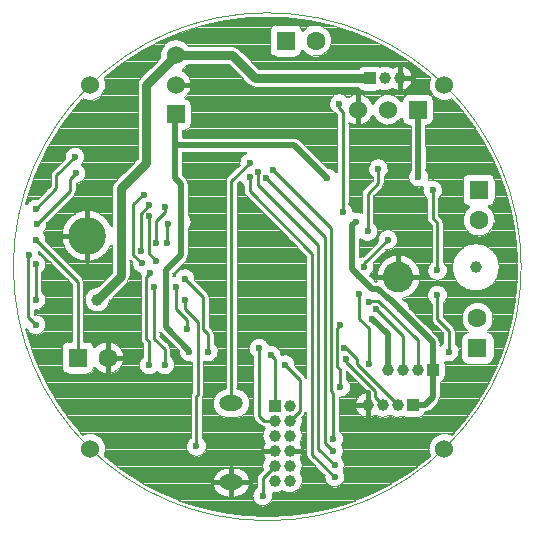
<source format=gbr>
*
*
G04 PADS 9.3 Build Number: 433611 generated Gerber (RS-274-X) file*
G04 PC Version=2.1*
*
%IN "LDC_HW_REV002_Simple2.p"*%
*
%MOIN*%
*
%FSLAX35Y35*%
*
*
*
*
G04 PC Standard Apertures*
*
*
G04 Thermal Relief Aperture macro.*
%AMTER*
1,1,$1,0,0*
1,0,$1-$2,0,0*
21,0,$3,$4,0,0,45*
21,0,$3,$4,0,0,135*
%
*
*
G04 Annular Aperture macro.*
%AMANN*
1,1,$1,0,0*
1,0,$2,0,0*
%
*
*
G04 Odd Aperture macro.*
%AMODD*
1,1,$1,0,0*
1,0,$1-0.005,0,0*
%
*
*
G04 PC Custom Aperture Macros*
*
*
*
*
*
*
G04 PC Aperture Table*
*
%ADD010C,0.001*%
%ADD012R,0.06297X0.06297*%
%ADD013C,0.06297*%
%ADD020R,0.03937X0.03937*%
%ADD021C,0.03937*%
%ADD031O,0.07874X0.05118*%
%ADD032C,0.06*%
%ADD033R,0.06X0.06*%
%ADD034C,0.01*%
%ADD035C,0.01969*%
%ADD036C,0.0315*%
%ADD037C,0.02362*%
%ADD038C,0.00394*%
%ADD039C,0.01575*%
%ADD040C,0.12598*%
%ADD041C,0.10236*%
*
*
*
*
G04 PC Circuitry*
G04 Layer Name LDC_HW_REV002_Simple2.p - circuitry*
%LPD*%
*
*
G04 PC Custom Flashes*
G04 Layer Name LDC_HW_REV002_Simple2.p - flashes*
%LPD*%
*
*
G04 PC Circuitry*
G04 Layer Name LDC_HW_REV002_Simple2.p - circuitry*
%LPD*%
*
G54D10*
G54D12*
G01X399803Y469094D03*
X463780Y366535D03*
X464173Y419291D03*
X330512Y363386D03*
G54D13*
X409803Y469094D03*
X463780Y376535D03*
X464173Y409291D03*
X340512Y363386D03*
G54D20*
X442126Y347638D03*
X396260Y347441D03*
X427953Y456496D03*
X448819Y359252D03*
G54D21*
X437126Y347638D03*
X432126D03*
X427126D03*
X396260Y342441D03*
Y337441D03*
Y332441D03*
Y327441D03*
Y322441D03*
X401260D03*
Y327441D03*
Y332441D03*
Y337441D03*
Y342441D03*
Y347441D03*
X463189Y393504D03*
X432953Y456496D03*
X437953D03*
X443819Y359252D03*
X438819D03*
X433819D03*
X337008Y382677D03*
G54D31*
X381693Y348228D03*
Y321850D03*
G54D32*
X334646Y454331D03*
Y333071D03*
X452756Y454331D03*
Y333071D03*
X363189Y454331D03*
Y464173D03*
X433898Y446063D03*
X423898D03*
G54D33*
X363189Y444488D03*
X443898Y446063D03*
G54D34*
X392126Y317323D02*
Y323307D01*
X396260Y327441*
X370079Y333858D02*
Y350474D01*
X370472Y350867*
X381693Y348228D02*
Y422244D01*
X387795Y428346*
X401260Y342441D02*
X404528Y345709D01*
X390945Y366535D02*
Y344087D01*
X392591Y342441*
X396260*
X399606Y361024D02*
X404528Y356102D01*
Y345709*
X394882Y364173D02*
X396260Y362795D01*
Y347441*
X416810Y365354D02*
Y360632D01*
X418110Y359332*
Y353543*
X416810Y365354D02*
Y373109D01*
X418110Y374409*
X419291Y366535D02*
X420044D01*
X423622Y362958*
Y361142*
X437126Y347638*
X420079Y362992D02*
Y361811D01*
X429461Y352429*
Y350303*
X432126Y347638*
X314054Y376891D02*
Y397519D01*
X314173Y397638*
X314054Y376891D02*
X316535Y374409D01*
X353424Y377165D02*
Y369751D01*
X354331Y368844*
Y361024*
X353424Y377165D02*
Y390432D01*
X354724Y391732*
X316535Y382677D02*
Y394488D01*
X355906Y387008D02*
Y369751D01*
X359449Y366207*
Y361024*
X363267Y379646D02*
X366929Y375984D01*
Y372835*
X363267Y379646D02*
Y386889D01*
X363386Y387008*
X366142Y382677D02*
Y379557D01*
X370472Y375226*
Y350867*
X424409Y384646D02*
Y376378D01*
X427559Y373228*
Y361417*
X429921Y379528D02*
X430041D01*
X438819Y370750*
Y359252*
X427559Y381890D02*
Y382283D01*
X430674*
X443819Y369139*
Y359252*
X450394Y384252D02*
Y376315D01*
X454331Y372378*
Y365354*
X351969Y394882D02*
X349094Y397757D01*
Y414448*
X352362Y417717*
X352756*
X356693Y395669D02*
X354212Y398150D01*
Y410511*
X354331Y410630*
X351575Y398819D02*
Y411417D01*
X354331Y414173*
X366142Y389764D02*
X372441Y383465D01*
Y372914*
X374016Y371340*
Y365354*
X425984Y393701D02*
Y394882D01*
X433858Y402756*
X316929Y407874D02*
X327953Y418898D01*
Y422835*
X329921Y424803*
X316535Y402756D02*
X330512Y388780D01*
Y363386*
X360236Y401575D02*
Y407480D01*
X360630Y407874*
X356693Y401575D02*
Y409055D01*
X359449Y411811*
Y413780*
X427165Y405512D02*
Y418110D01*
X430709Y421654*
Y426378*
X316535Y412992D02*
X323400Y419857D01*
Y424188*
X329528Y430315*
X387795Y423622D02*
Y418898D01*
X408661Y398031*
Y331102*
X416142Y323622*
X390551Y425197D02*
Y420866D01*
X410630Y400787*
Y333071*
X416142Y327559*
X393307Y423228D02*
X412992Y403543D01*
Y335039*
X415748Y332283*
X395669Y425984D02*
X414961Y406693D01*
Y352350*
X415748Y351563*
Y336220*
X448819Y419291D02*
Y409977D01*
X450394Y408402*
Y392520*
X417717Y448031D02*
Y446457D01*
X418898Y445276*
Y411811*
G54D35*
X442126Y347638D02*
X446279D01*
X448819Y350178*
Y359252*
X359843Y377953D02*
Y392520D01*
X364961Y397638*
Y408661*
X359843Y377953D02*
Y373622D01*
X367717Y365748*
Y365354*
X428740Y376378D02*
X433819Y371299D01*
Y359803*
X437795Y379528D02*
X448819Y368504D01*
Y359252*
X424409Y390551D02*
X422030Y392931D01*
Y407463*
X423228Y408661*
X424409Y390551D02*
X428591Y386370D01*
X430722*
X434252Y382839*
X434484*
X437795Y379528*
X362992Y434252D02*
Y444488D01*
X363189*
X362992Y434252D02*
Y423228D01*
X364961Y421260*
Y408661*
X362992Y434252D02*
X402756D01*
X413780Y423228*
X443898Y446063D02*
Y434031D01*
X444094Y433835*
Y423622*
G54D36*
X337008Y382677D02*
X344882Y390551D01*
Y419783*
X353445Y428346*
Y454429*
X363189Y464173*
X382017*
X389694Y456496*
X427953*
G54D37*
X392126Y317323D03*
X416142Y323622D03*
Y327559D03*
X370079Y333858D03*
X415748Y332283D03*
Y336220D03*
X418110Y353543D03*
X354331Y361024D03*
X359449D03*
X367717Y365354D03*
X374016D03*
X390945Y366535D03*
X399606Y361024D03*
X394882Y364173D03*
X419291Y366535D03*
X420079Y362992D03*
X427559Y361417D03*
X454331Y365354D03*
X316535Y374409D03*
X359843Y377953D03*
X366929Y372835D03*
X396850Y376772D03*
X418110Y374409D03*
X428740Y376378D03*
X316535Y382677D03*
X355906Y387008D03*
X366142Y382677D03*
X363386Y387008D03*
X376772Y380709D03*
X424409Y384646D03*
X429921Y379528D03*
X427559Y381890D03*
X437795Y379528D03*
X450394Y384252D03*
X314173Y397638D03*
X316535Y394488D03*
X351575Y398819D03*
X356693Y395669D03*
X354724Y391732D03*
X351969Y394882D03*
X366142Y389764D03*
X425984Y393701D03*
X424409Y390551D03*
X450394Y392520D03*
X316929Y407874D03*
X316535Y402756D03*
X360236Y401575D03*
X360630Y407874D03*
X356693Y401575D03*
X364961Y408661D03*
X398819Y402362D03*
X427165Y405512D03*
X423228Y408661D03*
X433858Y402756D03*
X316535Y412992D03*
X354331Y414173D03*
Y410630D03*
X359449Y413780D03*
X352756Y417717D03*
X390945Y409843D03*
X418898Y411811D03*
X329921Y424803D03*
X387795Y428346D03*
Y423622D03*
X390551Y425197D03*
X393307Y423228D03*
X395669Y425984D03*
X413780Y423228D03*
X430709Y426378D03*
X448819Y419291D03*
X444094Y423622D03*
X329528Y430315D03*
X362992Y434252D03*
X417717Y448031D03*
G54D38*
X471076Y393504D02*
G75*
G03X471076I-7887J0D01*
G01X455342Y337748D02*
G03Y449653I-61641J55953D01*
X455108Y449696I-145J-132*
G01X448061Y456560D02*
G03X455108Y449696I4695J-2229D01*
G01X448061Y456560D02*
G03X448012Y456793I-178J84D01*
X339390I-54311J-63092*
X339340Y456560I128J-149*
G01X332294Y449696D02*
G03X339340Y456560I2352J4635D01*
G01X332294Y449696D02*
G03X332059Y449653I-89J-175D01*
X313106Y414555I61642J-55952*
X313475Y414423I191J-49*
G01X317073Y416327D02*
G03X313475Y414423I-538J-3335D01*
G01X317073Y416327D02*
G03X317243Y416382I31J194D01*
G01X321446Y420585*
G03X321503Y420724I-140J139*
G01Y424188*
X322059Y425529D02*
G03X321503Y424188I1341J-1341D01*
G01X322059Y425529D02*
X326137Y429607D01*
G03X326193Y429778I-139J140*
G01X331852Y427864D02*
G03X326193Y429778I-2324J2451D01*
G01X331852Y427864D02*
G03X331873Y427560I135J-143D01*
G01X330040Y421427D02*
G03X331873Y427560I-119J3376D01*
G01X330040Y421427D02*
G03X329850Y421231I6J-196D01*
G01Y418898*
X329294Y417556D02*
G03X329850Y418898I-1341J1342D01*
G01X329294Y417556D02*
X320319Y408582D01*
G03X320264Y408411I139J-140*
G01X319088Y405276D02*
G03X320264Y408411I-2159J2598D01*
G01X319088Y405276D02*
G03X319066Y404994I125J-152D01*
G01X319870Y402219D02*
G03X319066Y404994I-3335J537D01*
G01X319870Y402219D02*
G03X319926Y402048I195J-31D01*
G01X331853Y390121*
X332409Y388780D02*
G03X331853Y390121I-1897J-0D01*
G01X332409Y388780D02*
Y368928D01*
G03X332606Y368731I197J-0*
G01X333660*
X335853Y366662D02*
G03X333660Y368731I-2193J-128D01*
G01X335853Y366662D02*
G03X336208Y366556I197J11D01*
G01Y360215D02*
G03Y366556I4304J3171D01*
G01Y360215D02*
G03X335853Y360110I-158J-116D01*
G01X333660Y358041D02*
G03X335853Y360110I0J2196D01*
G01X333660Y358041D02*
X327363D01*
X325167Y360237D02*
G03X327363Y358041I2196J0D01*
G01X325167Y360237D02*
Y366534D01*
X327363Y368731D02*
G03X325167Y366534I0J-2197D01*
G01X327363Y368731D02*
X328418D01*
G03X328615Y368928I0J197*
G01Y387912*
G03X328557Y388051I-197J0*
G01X317705Y398904*
G03X317379Y398702I-139J-139*
G01X317545Y397842D02*
G03X317379Y398702I-3372J-204D01*
G01X317545Y397842D02*
G03X317675Y397668I197J11D01*
G01X318514Y391750D02*
G03X317675Y397668I-1979J2738D01*
G01X318514Y391750D02*
G03X318432Y391591I115J-159D01*
G01Y385575*
G03X318514Y385415I197J-0*
G01X316169Y379319D02*
G03X318514Y385415I366J3358D01*
G01X316169Y379319D02*
G03X315951Y379123I-21J-196D01*
G01Y377963*
G03X316169Y377768I197J0*
G01X313475Y372979D02*
G03X316169Y377768I3060J1430D01*
G01X313475Y372979D02*
G03X313106Y372846I-178J-83D01*
X332059Y337748I80595J20855*
X332294Y337705I146J133*
G01X339340Y330842D02*
G03X332294Y337705I-4694J2229D01*
G01X339340Y330842D02*
G03X339390Y330608I178J-85D01*
X448012I54311J63093*
X448061Y330842I-129J149*
G01X455108Y337705D02*
G03X448061Y330842I-2352J-4634D01*
G01X455108Y337705D02*
G03X455342Y337748I89J176D01*
G01X466950Y372232D02*
G03X460609I-3170J4303D01*
G01X466950D02*
G03X467055Y371877I117J-159D01*
G01X469125Y369684D02*
G03X467055Y371877I-2197J-0D01*
G01X469125Y369684D02*
Y363387D01*
X466928Y361190D02*
G03X469125Y363387I-0J2197D01*
G01X466928Y361190D02*
X460631D01*
X458434Y363387D02*
G03X460631Y361190I2197J0D01*
G01X458434Y363387D02*
Y369684D01*
X460504Y371877D02*
G03X458434Y369684I127J-2193D01*
G01X460504Y371877D02*
G03X460609Y372232I-12J196D01*
G01X453115Y362203D02*
G03X456309Y368092I1216J3151D01*
G01X453115Y362203D02*
G03X452858Y361953I-71J-184D01*
G01X452984Y361220D02*
G03X452858Y361953I-2197J0D01*
G01X452984Y361220D02*
Y357283D01*
X451347Y355159D02*
G03X452984Y357283I-560J2124D01*
G01X451347Y355159D02*
G03X451200Y354969I50J-190D01*
G01Y350178*
X450503Y348494D02*
G03X451200Y350178I-1684J1684D01*
G01X450503Y348494D02*
X447962Y345954D01*
X446400Y345260D02*
G03X447962Y345954I-121J2378D01*
G01X446400Y345260D02*
G03X446220Y345113I10J-197D01*
G01X444094Y343472D02*
G03X446220Y345113I0J2197D01*
G01X444094Y343472D02*
X440157D01*
X438986Y343811D02*
G03X440157Y343472I1171J1858D01*
G01X438986Y343811D02*
G03X438802Y343824I-105J-167D01*
G01X434739Y344224D02*
G03X438802Y343824I2387J3414D01*
G01X434739Y344224D02*
G03X434513I-113J-161D01*
G01X429739D02*
G03X434513I2387J3414D01*
G01X429739D02*
G03X429513I-113J-161D01*
G01X426942Y351799D02*
G03X429513Y344224I184J-4161D01*
G01X426942Y351799D02*
G03X427072Y352135I-9J197D01*
G01X420343Y358864*
G03X420007Y358725I-139J-139*
G01Y356441*
G03X420089Y356281I197J-0*
G01X417857Y350175D02*
G03X420089Y356281I253J3368D01*
G01X417857Y350175D02*
G03X417645Y349979I-15J-196D01*
G01Y339118*
G03X417726Y338958I197J0*
G01X418568Y334360D02*
G03X417726Y338958I-2820J1860D01*
G01X418568Y334360D02*
G03Y334144I164J-108D01*
G01X418454Y330261D02*
G03X418568Y334144I-2706J2022D01*
G01X418454Y330261D02*
G03X418476Y330001I158J-118D01*
G01X418961Y325699D02*
G03X418476Y330001I-2819J1860D01*
G01X418961Y325699D02*
G03Y325482I165J-108D01*
G01X412807Y324159D02*
G03X418961Y325482I3335J-537D01*
G01X412807Y324159D02*
G03X412752Y324330I-195J31D01*
G01X407320Y329761*
X406765Y331102D02*
G03X407320Y329761I1896J0D01*
G01X406765Y331102D02*
Y345235D01*
G03X406376Y345280I-197J0*
G01X405870Y344368D02*
G03X406376Y345280I-1342J1341D01*
G01X405870Y344368D02*
X405307Y343806D01*
G03X405257Y343611I139J-139*
G01X404673Y340054D02*
G03X405257Y343611I-3413J2387D01*
G01X404673Y340054D02*
G03Y339828I162J-113D01*
G01Y335054D02*
G03Y339828I-3413J2387D01*
G01Y335054D02*
G03Y334828I162J-113D01*
G01Y330054D02*
G03Y334828I-3413J2387D01*
G01Y330054D02*
G03Y329828I162J-113D01*
G01Y325054D02*
G03Y329828I-3413J2387D01*
G01Y325054D02*
G03Y324828I162J-113D01*
G01X398873Y319027D02*
G03X404673Y324828I2387J3414D01*
G01X398873Y319027D02*
G03X398647I-113J-161D01*
G01X395638Y318322D02*
G03X398647Y319027I622J4119D01*
G01X395638Y318322D02*
G03X395417Y318083I-29J-194D01*
G01X390148Y320061D02*
G03X395417Y318083I1978J-2738D01*
G01X390148Y320061D02*
G03X390229Y320220I-116J159D01*
G01Y323307*
X390785Y324648D02*
G03X390229Y323307I1341J-1341D01*
G01X390785Y324648D02*
X392213Y326076D01*
G03X392262Y326271I-140J139*
G01X392846Y329828D02*
G03X392262Y326271I3414J-2387D01*
G01X392846Y329828D02*
G03Y330054I-161J113D01*
G01Y334828D02*
G03Y330054I3414J-2387D01*
G01Y334828D02*
G03Y335054I-161J113D01*
G01Y339828D02*
G03Y335054I3414J-2387D01*
G01Y339828D02*
G03Y340054I-161J113D01*
G01X392602Y340448D02*
G03X392846Y340054I3658J1993D01*
G01X392602Y340448D02*
G03X392445Y340550I-173J-95D01*
G01X391250Y341100D02*
G03X392445Y340550I1341J1341D01*
G01X391250Y341100D02*
X389604Y342746D01*
X389048Y344087D02*
G03X389604Y342746I1897J0D01*
G01X389048Y344087D02*
Y363638D01*
G03X388966Y363797I-197J-0*
G01X394137Y367640D02*
G03X388966Y363797I-3192J-1105D01*
G01X394137Y367640D02*
G03X394354Y367510I186J64D01*
G01X398253Y364393D02*
G03X394354Y367510I-3371J-220D01*
G01X398253Y364393D02*
G03X398513Y364220I196J13D01*
G01X402941Y360487D02*
G03X398513Y364220I-3335J537D01*
G01X402941Y360487D02*
G03X402996Y360316I195J-32D01*
G01X405870Y357443*
X406376Y356531D02*
G03X405870Y357443I-1848J-429D01*
G01X406376Y356531D02*
G03X406765Y356576I192J45D01*
G01Y397164*
G03X406707Y397303I-197J0*
G01X386454Y417556*
X385898Y418898D02*
G03X386454Y417556I1897J-0D01*
G01X385898Y418898D02*
Y420725D01*
G03X385817Y420884I-196J-0*
G01X384724Y422217D02*
G03X385817Y420884I3071J1405D01*
G01X384724Y422217D02*
G03X384405Y422274I-179J-82D01*
G01X383647Y421516*
G03X383590Y421377I140J-139*
G01Y353129*
G03X383758Y352934I197J0*
G01X383071Y343472D02*
G03X383758Y352934I-0J4756D01*
G01X383071Y343472D02*
X380315D01*
X379628Y352934D02*
G03X380315Y343472I687J-4706D01*
G01X379628Y352934D02*
G03X379796Y353129I-29J195D01*
G01Y422244*
X380352Y423585D02*
G03X379796Y422244I1341J-1341D01*
G01X380352Y423585D02*
X384405Y427639D01*
G03X384460Y427809I-139J139*
G01X386561Y431491D02*
G03X384460Y427809I1234J-3145D01*
G01X386561Y431491D02*
G03X386489Y431871I-72J183D01*
G01X365570*
G03X365373Y431674I0J-197*
G01Y424296*
G03X365431Y424157I197J0*
G01X366644Y422944*
X367342Y421260D02*
G03X366644Y422944I-2381J-0D01*
G01X367342Y421260D02*
Y411138D01*
G03X367397Y411002I197J-0*
G01Y406321D02*
G03Y411002I-2436J2340D01*
G01Y406321D02*
G03X367342Y406185I142J-136D01*
G01Y397638*
X366644Y395954D02*
G03X367342Y397638I-1683J1684D01*
G01X366644Y395954D02*
X362281Y391591D01*
G03X362224Y391452I139J-139*
G01Y390450*
G03X362474Y390260I196J-0*
G01X362685Y390312D02*
G03X362474Y390260I701J-3304D01*
G01X362685Y390312D02*
G03X362837Y390464I-40J193D01*
G01X369477Y389227D02*
G03X362837Y390464I-3335J537D01*
G01X369477Y389227D02*
G03X369532Y389056I194J-32D01*
G01X373782Y384806*
X374338Y383465D02*
G03X373782Y384806I-1897J-0D01*
G01X374338Y383465D02*
Y373782D01*
G03X374395Y373643I197J-0*
G01X375357Y372681*
X375913Y371340D02*
G03X375357Y372681I-1897J-0D01*
G01X375913Y371340D02*
Y368252D01*
G03X375994Y368092I196J-0*
G01X372646Y362267D02*
G03X375994Y368092I1370J3087D01*
G01X372646Y362267D02*
G03X372369Y362087I-80J-180D01*
G01Y350867*
X372013Y349760D02*
G03X372369Y350867I-1541J1107D01*
G01X372013Y349760D02*
G03X371976Y349645I159J-115D01*
G01Y336756*
G03X372057Y336596I196J-0*
G01X368100D02*
G03X372057I1979J-2738D01*
G01X368100D02*
G03X368182Y336756I-115J160D01*
G01Y350474*
X368539Y351581D02*
G03X368182Y350474I1540J-1107D01*
G01X368539Y351581D02*
G03X368576Y351696I-160J115D01*
G01Y361841*
G03X368342Y362035I-197J0*
G01X364351Y365647D02*
G03X368342Y362035I3366J-293D01*
G01X364351Y365647D02*
G03X364294Y365803I-196J17D01*
G01X358159Y371938*
X358140Y371957D02*
G03X358159Y371938I1703J1665D01*
G01X358140Y371957D02*
G03X357802Y371820I-141J-137D01*
G01Y370618*
G03X357860Y370479I197J-0*
G01X360790Y367549*
X361346Y366207D02*
G03X360790Y367549I-1897J0D01*
G01X361346Y366207D02*
Y363921D01*
G03X361427Y363762I197J0*
G01X357031Y358665D02*
G03X361427Y363762I2418J2359D01*
G01X357031Y358665D02*
G03X356749I-141J-137D01*
G01X352352Y363762D02*
G03X356749Y358665I1979J-2738D01*
G01X352352Y363762D02*
G03X352434Y363921I-115J159D01*
G01Y367977*
G03X352376Y368116I-197J0*
G01X352083Y368409*
X351528Y369751D02*
G03X352083Y368409I1896J-0D01*
G01X351528Y369751D02*
Y377165D01*
Y390432*
X351533Y390576D02*
G03X351528Y390432I1891J-144D01*
G01X351533Y390576D02*
G03X351523Y390654I-196J15D01*
G01X351361Y391417D02*
G03X351523Y390654I3363J315D01*
G01X351361Y391417D02*
G03X351209Y391590I-196J-19D01*
G01X348634Y395419D02*
G03X351209Y391590I3335J-537D01*
G01X348633Y395419D02*
G03X348578Y395589I-194J31D01*
G01X348190Y395978*
G03X347854Y395839I-140J-139*
G01Y390551*
X346983Y388450D02*
G03X347854Y390551I-2101J2101D01*
G01X346983Y388450D02*
X341229Y382696D01*
G03X341172Y382562I139J-139*
G01X336893Y386841D02*
G03X341172Y382562I115J-4164D01*
G01X336893Y386841D02*
G03X337027Y386899I-6J197D01*
G01X341853Y391724*
G03X341910Y391864I-140J140*
G01Y400759*
G03X341531Y400833I-197J0*
G01Y407237D02*
G03Y400833I-7870J-3202D01*
G01Y407237D02*
G03X341910Y407312I182J75D01*
G01Y419783*
X342781Y421885D02*
G03X341910Y419783I2101J-2102D01*
G01X342781Y421885D02*
X350416Y429520D01*
G03X350473Y429659I-140J139*
G01Y454429*
X351344Y456530D02*
G03X350473Y454429I2101J-2101D01*
G01X351344Y456530D02*
X358001Y463188D01*
G03X358056Y463358I-139J139*
G01X367395Y467226D02*
G03X358056Y463358I-4206J-3053D01*
G01X367395Y467226D02*
G03X367554Y467145I159J116D01*
G01X382017*
X384118Y466275D02*
G03X382017Y467145I-2101J-2102D01*
G01X384118Y466275D02*
X390867Y459525D01*
G03X391006Y459468I139J140*
G01X423913*
G03X424083Y459566I0J197*
G01X425984Y460661D02*
G03X424083Y459566I0J-2196D01*
G01X425984Y460661D02*
X429921D01*
X431093Y460323D02*
G03X429921Y460661I-1172J-1858D01*
G01X431093Y460323D02*
G03X431277Y460309I105J167D01*
G01X435340Y459910D02*
G03X431277Y460309I-2387J-3414D01*
G01X435340Y459910D02*
G03X435566I113J161D01*
G01Y453083D02*
G03Y459910I2387J3413D01*
G01Y453083D02*
G03X435340I-113J-162D01*
G01X431277Y452683D02*
G03X435340Y453083I1676J3813D01*
G01X431277Y452683D02*
G03X431093Y452669I-79J-180D01*
G01X429921Y452331D02*
G03X431093Y452669I0J2197D01*
G01X429921Y452331D02*
X425984D01*
X424083Y453426D02*
G03X425984Y452331I1901J1102D01*
G01X424083Y453426D02*
G03X423913Y453524I-170J-98D01*
G01X389694*
X387592Y454395D02*
G03X389694Y453524I2102J2101D01*
G01X387592Y454395D02*
X380843Y461144D01*
G03X380704Y461202I-139J-139*
G01X367554*
G03X367395Y461120I-0J-197*
G01X365316Y459432D02*
G03X367395Y461120I-2127J4741D01*
G01X365316Y459432D02*
G03Y459072I81J-180D01*
G01X366127Y450044D02*
G03X365316Y459072I-2938J4287D01*
G01X366127Y450044D02*
G03X366234Y449685I111J-163D01*
G01X368386Y447488D02*
G03X366234Y449685I-2197J0D01*
G01X368386Y447488D02*
Y441488D01*
X366189Y439291D02*
G03X368386Y441488I-0J2197D01*
G01X366189Y439291D02*
X365570D01*
G03X365373Y439094I0J-197*
G01Y436830*
G03X365570Y436633I197J-0*
G01X402756*
X404440Y435936D02*
G03X402756Y436633I-1684J-1684D01*
G01X404440Y435936D02*
X413712Y426663D01*
G03X413847Y426606I139J139*
G01X416637Y425029D02*
G03X413847Y426606I-2857J-1801D01*
G01X416637Y425029D02*
G03X417001Y425134I167J105D01*
G01Y444408*
G03X416943Y444548I-197J0*
G01X416704Y444786*
G03X416628Y444834I-139J-139*
G01X420357Y450138D02*
G03X416628Y444834I-2640J-2107D01*
G01X420357Y450138D02*
G03X420635Y450108I154J123D01*
G01X428715Y448012D02*
G03X420635Y450108I-4817J-1949D01*
G01X428715Y448012D02*
G03X429080I183J74D01*
G01X438336Y448767D02*
G03X429080Y448012I-4438J-2704D01*
G01X438336Y448767D02*
G03X438701Y448869I168J102D01*
G01Y449063*
X440898Y451260D02*
G03X438701Y449063I-0J-2197D01*
G01X440898Y451260D02*
X446898D01*
X449095Y449063D02*
G03X446898Y451260I-2197J-0D01*
G01X449095Y449063D02*
Y443063D01*
X446898Y440866D02*
G03X449095Y443063I-0J2197D01*
G01X446898Y440866D02*
X446476D01*
G03X446279Y440669I-0J-197*
G01Y434823*
G03X446294Y434747I197J-0*
G01X446476Y433835D02*
G03X446294Y434747I-2382J-0D01*
G01X446476Y433835D02*
Y426099D01*
G03X446531Y425962I196J-0*
G01X447338Y422680D02*
G03X446531Y425962I-3244J942D01*
G01X447338Y422680D02*
G03X447598Y422441I189J-55D01*
G01X450797Y416553D02*
G03X447598Y422441I-1978J2738D01*
G01X450797Y416553D02*
G03X450716Y416394I116J-159D01*
G01Y410844*
G03X450773Y410705I197J0*
G01X451735Y409743*
X452291Y408402D02*
G03X451735Y409743I-1897J-0D01*
G01X452291Y408402D02*
Y395417D01*
G03X452372Y395258I196J0*
G01X448415D02*
G03X452372I1979J-2738D01*
G01X448415D02*
G03X448497Y395417I-115J159D01*
G01Y407535*
G03X448439Y407674I-197J-0*
G01X447478Y408635*
X446922Y409977D02*
G03X447478Y408635I1897J-0D01*
G01X446922Y409977D02*
Y416394D01*
G03X446840Y416553I-197J-0*
G01X445575Y420234D02*
G03X446840Y416553I3244J-943D01*
G01X445575Y420234D02*
G03X445315Y420472I-189J55D01*
G01X441658Y425962D02*
G03X445315Y420472I2436J-2340D01*
G01X441658Y425962D02*
G03X441713Y426099I-141J137D01*
G01Y433043*
G03X441698Y433119I-196J0*
G01X441517Y434031D02*
G03X441698Y433119I2381J0D01*
G01X441517Y434031D02*
Y440669D01*
G03X441320Y440866I-197J0*
G01X440898*
X438701Y443063D02*
G03X440898Y440866I2197J-0D01*
G01X438701Y443063D02*
Y443257D01*
G03X438336Y443359I-197J-0*
G01X429080Y444114D02*
G03X438336Y443359I4818J1949D01*
G01X429080Y444114D02*
G03X428715I-182J-74D01*
G01X421097Y441685D02*
G03X428715Y444114I2801J4378D01*
G01X421097Y441685D02*
G03X420795Y441519I-106J-166D01*
G01Y414709*
G03X420876Y414549I196J-0*
G01X422260Y412133D02*
G03X420876Y414549I-3362J-322D01*
G01X422260Y412133D02*
G03X422499Y411960I196J19D01*
G01X424970Y411556D02*
G03X422499Y411960I-1742J-2895D01*
G01X424970Y411556D02*
G03X425268Y411724I102J168D01*
G01Y418110*
X425824Y419452D02*
G03X425268Y418110I1341J-1342D01*
G01X425824Y419452D02*
X428754Y422382D01*
G03X428812Y422521I-139J139*
G01Y423480*
G03X428730Y423640I-197J0*
G01X432687D02*
G03X428730I-1978J2738D01*
G01X432687D02*
G03X432606Y423480I115J-160D01*
G01Y421654*
X432050Y420312D02*
G03X432606Y421654I-1341J1342D01*
G01X432050Y420312D02*
X429120Y417382D01*
G03X429062Y417243I139J-139*
G01Y408409*
G03X429144Y408250I197J0*
G01X424749Y403152D02*
G03X429144Y408250I2416J2360D01*
G01X424749Y403152D02*
G03X424411Y403014I-141J-138D01*
G01Y397000*
G03X424684Y396818I197J-0*
G01X425397Y397027D02*
G03X424684Y396818I587J-3326D01*
G01X425397Y397027D02*
G03X425502Y397082I-34J194D01*
G01X430468Y402048*
G03X430523Y402219I-139J140*
G01X433321Y399421D02*
G03X430523Y402219I537J3335D01*
G01X433321Y399421D02*
G03X433151Y399366I-31J-194D01*
G01X429101Y395316*
G03X429061Y395096I139J-139*
G01X427870Y390898D02*
G03X429061Y395096I-1886J2803D01*
G01X427870Y390898D02*
G03X427783Y390725I110J-163D01*
G01X427787Y390619D02*
G03X427783Y390725I-3378J-68D01*
G01X427787Y390619D02*
G03X427844Y390484I197J4D01*
G01X429520Y388808*
G03X429659Y388751I139J140*
G01X430023*
G03X430216Y388984I-0J197*
G01X438732Y383161D02*
G03X430216Y388984I-1330J7193D01*
G01X438732Y383161D02*
G03X438714Y382778I35J-193D01*
G01X441173Y379595D02*
G03X438714Y382778I-3378J-67D01*
G01X441173Y379595D02*
G03X441230Y379460I196J4D01*
G01X450503Y370188*
X451200Y368504D02*
G03X450503Y370188I-2381J-0D01*
G01X451200Y368504D02*
Y367397D01*
G03X451558Y367284I197J-0*
G01X452352Y368092D02*
G03X451558Y367284I1979J-2738D01*
G01X452352Y368092D02*
G03X452434Y368252I-115J160D01*
G01Y371511*
G03X452376Y371650I-197J0*
G01X449052Y374974*
X448497Y376315D02*
G03X449052Y374974I1897J0D01*
G01X448497Y376315D02*
Y381354D01*
G03X448415Y381514I-197J0*
G01X452372D02*
G03X448415I-1978J2738D01*
G01X452372D02*
G03X452291Y381354I115J-160D01*
G01Y377183*
G03X452348Y377043I196J-0*
G01X455672Y373720*
X456228Y372378D02*
G03X455672Y373720I-1897J0D01*
G01X456228Y372378D02*
Y368252D01*
G03X456309Y368092I196J-0*
G01X471076Y393504D02*
G03X471076I-7887J0D01*
G01X469518Y422440D02*
Y416143D01*
X467449Y413950D02*
G03X469518Y416143I-127J2193D01*
G01X467449Y413950D02*
G03X467344Y413595I11J-197D01*
G01X461003D02*
G03X467344I3170J-4304D01*
G01X461003D02*
G03X460898Y413950I-117J158D01*
G01X458828Y416143D02*
G03X460898Y413950I2197J0D01*
G01X458828Y416143D02*
Y422440D01*
X461025Y424637D02*
G03X458828Y422440I-0J-2197D01*
G01X461025Y424637D02*
X467322D01*
X469518Y422440D02*
G03X467322Y424637I-2196J-0D01*
G01X405500Y465924D02*
G03Y472265I4303J3170D01*
G01Y465924D02*
G03X405145Y465819I-159J-117D01*
G01X402951Y463749D02*
G03X405145Y465819I0J2197D01*
G01X402951Y463749D02*
X396655D01*
X394458Y465946D02*
G03X396655Y463749I2197J0D01*
G01X394458Y465946D02*
Y472243D01*
X396655Y474440D02*
G03X394458Y472243I-0J-2197D01*
G01X396655Y474440D02*
X402951D01*
X405145Y472370D02*
G03X402951Y474440I-2194J-127D01*
G01X405145Y472370D02*
G03X405500Y472265I196J12D01*
G01X383071Y317094D02*
G03Y326606I-0J4756D01*
G01Y317094D02*
X380315D01*
Y326606D02*
G03Y317094I-0J-4756D01*
G01Y326606D02*
X383071D01*
X471073Y393718D02*
X476950D01*
X471074Y393364D02*
X476949D01*
X471055Y394073D02*
X476949D01*
X471060Y393010D02*
X476947D01*
X471021Y394427D02*
X476946D01*
X471030Y392655D02*
X476943D01*
X470971Y394781D02*
X476943D01*
X470983Y392301D02*
X476938D01*
X470905Y395136D02*
X476937D01*
X470920Y391947D02*
X476931D01*
X470821Y395490D02*
X476930D01*
X470840Y391592D02*
X476923D01*
X470720Y395844D02*
X476922D01*
X470743Y391238D02*
X476913D01*
X470601Y396199D02*
X476912D01*
X470628Y390884D02*
X476902D01*
X470462Y396553D02*
X476901D01*
X470493Y390529D02*
X476889D01*
X470303Y396907D02*
X476888D01*
X470339Y390175D02*
X476875D01*
X470123Y397262D02*
X476873D01*
X470163Y389821D02*
X476859D01*
X469919Y397616D02*
X476857D01*
X469964Y389466D02*
X476842D01*
X469689Y397970D02*
X476840D01*
X469740Y389112D02*
X476823D01*
X469431Y398325D02*
X476821D01*
X469488Y388758D02*
X476803D01*
X469140Y398679D02*
X476801D01*
X469204Y388403D02*
X476781D01*
X468813Y399033D02*
X476779D01*
X468885Y388049D02*
X476758D01*
X468441Y399388D02*
X476755D01*
X468523Y387695D02*
X476733D01*
X468014Y399742D02*
X476730D01*
X468109Y387340D02*
X476706D01*
X467518Y400096D02*
X476704D01*
X467629Y386986D02*
X476678D01*
X466923Y400451D02*
X476675D01*
X467058Y386632D02*
X476649D01*
X466171Y400805D02*
X476646D01*
X466348Y386277D02*
X476618D01*
X465085Y401159D02*
X476615D01*
X465364Y385923D02*
X476585D01*
X452291Y401514D02*
X476582D01*
X453504Y385569D02*
X476551D01*
X452291Y401868D02*
X476548D01*
X453632Y385214D02*
X476516D01*
X452291Y402222D02*
X476512D01*
X453716Y384860D02*
X476479D01*
X452291Y402577D02*
X476475D01*
X453762Y384506D02*
X476440D01*
X452291Y402931D02*
X476436D01*
X453770Y384151D02*
X476400D01*
X452291Y403285D02*
X476396D01*
X453741Y383797D02*
X476358D01*
X452291Y403640D02*
X476354D01*
X453673Y383443D02*
X476315D01*
X464887Y403994D02*
X476311D01*
X453565Y383088D02*
X476270D01*
X466207Y404348D02*
X476266D01*
X453411Y382734D02*
X476224D01*
X466915Y404703D02*
X476219D01*
X453205Y382380D02*
X476176D01*
X467435Y405057D02*
X476171D01*
X452934Y382025D02*
X476127D01*
X467850Y405411D02*
X476122D01*
X465261Y381671D02*
X476076D01*
X468191Y405766D02*
X476071D01*
X466169Y381317D02*
X476023D01*
X468476Y406120D02*
X476018D01*
X466775Y380962D02*
X475969D01*
X468716Y406474D02*
X475964D01*
X467241Y380608D02*
X475914D01*
X468917Y406829D02*
X475908D01*
X467619Y380254D02*
X475856D01*
X469085Y407183D02*
X475851D01*
X467933Y379899D02*
X475798D01*
X469222Y407537D02*
X475792D01*
X468197Y379545D02*
X475737D01*
X469332Y407892D02*
X475731D01*
X468418Y379191D02*
X475675D01*
X469415Y408246D02*
X475669D01*
X468604Y378837D02*
X475612D01*
X469474Y408600D02*
X475605D01*
X468758Y378482D02*
X475547D01*
X469508Y408955D02*
X475540D01*
X468882Y378128D02*
X475480D01*
X469518Y409309D02*
X475473D01*
X468979Y377774D02*
X475412D01*
X469505Y409663D02*
X475405D01*
X469051Y377419D02*
X475342D01*
X469469Y410018D02*
X475335D01*
X469098Y377065D02*
X475270D01*
X469408Y410372D02*
X475263D01*
X469122Y376711D02*
X475197D01*
X469322Y410726D02*
X475190D01*
X469122Y376356D02*
X475123D01*
X469210Y411081D02*
X475115D01*
X469098Y376002D02*
X475046D01*
X469070Y411435D02*
X475039D01*
X469050Y375648D02*
X474969D01*
X468899Y411789D02*
X474961D01*
X468978Y375293D02*
X474889D01*
X468694Y412144D02*
X474881D01*
X468881Y374939D02*
X474808D01*
X468450Y412498D02*
X474800D01*
X468756Y374585D02*
X474725D01*
X468160Y412852D02*
X474717D01*
X468602Y374230D02*
X474641D01*
X467812Y413207D02*
X474632D01*
X468416Y373876D02*
X474555D01*
X467389Y413561D02*
X474546D01*
X468194Y373522D02*
X474467D01*
X467348Y413915D02*
X474458D01*
X467930Y373167D02*
X474378D01*
X468469Y414270D02*
X474369D01*
X467615Y372813D02*
X474287D01*
X468909Y414624D02*
X474277D01*
X467236Y372459D02*
X474194D01*
X469184Y414978D02*
X474185D01*
X466872Y372104D02*
X474099D01*
X469363Y415333D02*
X474090D01*
X467674Y371750D02*
X474003D01*
X469471Y415687D02*
X473994D01*
X468305Y371396D02*
X473906D01*
X469516Y416041D02*
X473896D01*
X468655Y371041D02*
X473806D01*
X469518Y416396D02*
X473796D01*
X468882Y370687D02*
X473705D01*
X469518Y416750D02*
X473695D01*
X469027Y370333D02*
X473603D01*
X469518Y417104D02*
X473592D01*
X469105Y369978D02*
X473498D01*
X469518Y417459D02*
X473488D01*
X469125Y369624D02*
X473392D01*
X469518Y417813D02*
X473381D01*
X469125Y369270D02*
X473284D01*
X469518Y418167D02*
X473273D01*
X469125Y368915D02*
X473174D01*
X469518Y418522D02*
X473163D01*
X469125Y368561D02*
X473063D01*
X469518Y418876D02*
X473052D01*
X469125Y368207D02*
X472950D01*
X469518Y419230D02*
X472938D01*
X469125Y367852D02*
X472835D01*
X469518Y419585D02*
X472823D01*
X469125Y367498D02*
X472718D01*
X469518Y419939D02*
X472707D01*
X469125Y367144D02*
X472600D01*
X469518Y420293D02*
X472588D01*
X469125Y366789D02*
X472480D01*
X469518Y420648D02*
X472468D01*
X469125Y366435D02*
X472358D01*
X469518Y421002D02*
X472346D01*
X469125Y366081D02*
X472234D01*
X469518Y421356D02*
X472222D01*
X469125Y365726D02*
X472109D01*
X469518Y421711D02*
X472096D01*
X469125Y365372D02*
X471981D01*
X469518Y422065D02*
X471969D01*
X469125Y365018D02*
X471852D01*
X469518Y422419D02*
X471839D01*
X469125Y364663D02*
X471721D01*
X469493Y422774D02*
X471708D01*
X469125Y364309D02*
X471588D01*
X469408Y423128D02*
X471575D01*
X469125Y363955D02*
X471454D01*
X469255Y423482D02*
X471440D01*
X469125Y363600D02*
X471317D01*
X469017Y423837D02*
X471304D01*
X469120Y363246D02*
X471179D01*
X468648Y424191D02*
X471165D01*
X469068Y362892D02*
X471039D01*
X467949Y424545D02*
X471025D01*
X468954Y362537D02*
X470897D01*
X447222Y424899D02*
X470882D01*
X468765Y362183D02*
X470753D01*
X447052Y425254D02*
X470738D01*
X468476Y361829D02*
X470607D01*
X446827Y425608D02*
X470592D01*
X468008Y361474D02*
X470459D01*
X446530Y425962D02*
X470444D01*
X452984Y361120D02*
X470309D01*
X446476Y426317D02*
X470294D01*
X452984Y360766D02*
X470158D01*
X446476Y426671D02*
X470142D01*
X452984Y360411D02*
X470004D01*
X446476Y427025D02*
X469989D01*
X452984Y360057D02*
X469848D01*
X446476Y427380D02*
X469833D01*
X452984Y359703D02*
X469691D01*
X446476Y427734D02*
X469675D01*
X452984Y359348D02*
X469531D01*
X446476Y428088D02*
X469515D01*
X452984Y358994D02*
X469370D01*
X446476Y428443D02*
X469354D01*
X452984Y358640D02*
X469206D01*
X446476Y428797D02*
X469190D01*
X452984Y358285D02*
X469041D01*
X446476Y429151D02*
X469024D01*
X452984Y357931D02*
X468873D01*
X446476Y429506D02*
X468856D01*
X452984Y357577D02*
X468704D01*
X446476Y429860D02*
X468687D01*
X452983Y357222D02*
X468532D01*
X446476Y430214D02*
X468515D01*
X452945Y356868D02*
X468358D01*
X446476Y430569D02*
X468341D01*
X452845Y356514D02*
X468182D01*
X446476Y430923D02*
X468165D01*
X452675Y356159D02*
X468004D01*
X446476Y431277D02*
X467986D01*
X452412Y355805D02*
X467824D01*
X446476Y431632D02*
X467806D01*
X451999Y355451D02*
X467642D01*
X446476Y431986D02*
X467624D01*
X451247Y355096D02*
X467458D01*
X446476Y432340D02*
X467439D01*
X451200Y354742D02*
X467271D01*
X446476Y432695D02*
X467252D01*
X451200Y354388D02*
X467082D01*
X446476Y433049D02*
X467063D01*
X451200Y354033D02*
X466891D01*
X446476Y433403D02*
X466872D01*
X451200Y353679D02*
X466698D01*
X446476Y433758D02*
X466679D01*
X451200Y353325D02*
X466503D01*
X446459Y434112D02*
X466483D01*
X451200Y352970D02*
X466305D01*
X446390Y434466D02*
X466285D01*
X451200Y352616D02*
X466105D01*
X446279Y434821D02*
X466085D01*
X451200Y352262D02*
X465903D01*
X446279Y435175D02*
X465883D01*
X451200Y351907D02*
X465699D01*
X446279Y435529D02*
X465678D01*
X451200Y351553D02*
X465492D01*
X446279Y435884D02*
X465471D01*
X451200Y351199D02*
X465282D01*
X446279Y436238D02*
X465262D01*
X451200Y350844D02*
X465071D01*
X446279Y436592D02*
X465050D01*
X451200Y350490D02*
X464857D01*
X446279Y436947D02*
X464836D01*
X451200Y350136D02*
X464641D01*
X446279Y437301D02*
X464619D01*
X451167Y349781D02*
X464422D01*
X446279Y437655D02*
X464400D01*
X451079Y349427D02*
X464200D01*
X446279Y438010D02*
X464178D01*
X450928Y349073D02*
X463977D01*
X446279Y438364D02*
X463954D01*
X450700Y348718D02*
X463750D01*
X446279Y438718D02*
X463728D01*
X450372Y348364D02*
X463522D01*
X446279Y439073D02*
X463499D01*
X452291Y403994D02*
X463460D01*
X450018Y348010D02*
X463290D01*
X446279Y439427D02*
X463267D01*
X449664Y347655D02*
X463056D01*
X446279Y439781D02*
X463033D01*
X449309Y347301D02*
X462820D01*
X446279Y440136D02*
X462796D01*
X448955Y346947D02*
X462581D01*
X446279Y440490D02*
X462557D01*
X448601Y346592D02*
X462339D01*
X446386Y440844D02*
X462315D01*
X452573Y381671D02*
X462298D01*
X452291Y404348D02*
X462139D01*
X448246Y346238D02*
X462094D01*
X448060Y441199D02*
X462070D01*
X447889Y345884D02*
X461847D01*
X448493Y441553D02*
X461822D01*
X447385Y345529D02*
X461597D01*
X448766Y441907D02*
X461572D01*
X452291Y404703D02*
X461432D01*
X452291Y381317D02*
X461390D01*
X446248Y345175D02*
X461344D01*
X448943Y442262D02*
X461319D01*
X452291Y401159D02*
X461293D01*
X446121Y344821D02*
X461089D01*
X449049Y442616D02*
X461063D01*
X453329Y385923D02*
X461014D01*
X450716Y413915D02*
X460998D01*
X450716Y413561D02*
X460957D01*
X452291Y405057D02*
X460911D01*
X445933Y344466D02*
X460830D01*
X449093Y442970D02*
X460804D01*
X452291Y380962D02*
X460784D01*
X456228Y372104D02*
X460687D01*
X445644Y344112D02*
X460569D01*
X449095Y443325D02*
X460543D01*
X450716Y413207D02*
X460534D01*
X452291Y405411D02*
X460497D01*
X447344Y424545D02*
X460398D01*
X456226Y372459D02*
X460323D01*
X452291Y380608D02*
X460318D01*
X445177Y343758D02*
X460305D01*
X449095Y443679D02*
X460278D01*
X452291Y400805D02*
X460207D01*
X450716Y412852D02*
X460187D01*
X452291Y405766D02*
X460156D01*
X417645Y343403D02*
X460037D01*
X453097Y386277D02*
X460030D01*
X449095Y444033D02*
X460011D01*
X456177Y372813D02*
X459944D01*
X452291Y380254D02*
X459940D01*
X450716Y412498D02*
X459897D01*
X456228Y371750D02*
X459885D01*
X450716Y414270D02*
X459878D01*
X452291Y406120D02*
X459870D01*
X417645Y343049D02*
X459767D01*
X449095Y444388D02*
X459740D01*
X447424Y424191D02*
X459698D01*
X450716Y412144D02*
X459653D01*
X452291Y406474D02*
X459631D01*
X456056Y373167D02*
X459629D01*
X452291Y379899D02*
X459626D01*
X452970Y361474D02*
X459551D01*
X417645Y342695D02*
X459494D01*
X449095Y444742D02*
X459467D01*
X452291Y400451D02*
X459455D01*
X450716Y411789D02*
X459448D01*
X450716Y414624D02*
X459438D01*
X452291Y406829D02*
X459429D01*
X455844Y373522D02*
X459365D01*
X452291Y379545D02*
X459362D01*
X447466Y423837D02*
X459329D01*
X452791Y386632D02*
X459320D01*
X450716Y411435D02*
X459277D01*
X452291Y407183D02*
X459261D01*
X456228Y371396D02*
X459254D01*
X417645Y342340D02*
X459218D01*
X449095Y445096D02*
X459190D01*
X450716Y414978D02*
X459162D01*
X455516Y373876D02*
X459143D01*
X452291Y379191D02*
X459141D01*
X450716Y411081D02*
X459136D01*
X452291Y407537D02*
X459124D01*
X447470Y423482D02*
X459091D01*
X452898Y361829D02*
X459083D01*
X450755Y410726D02*
X459024D01*
X452291Y407892D02*
X459015D01*
X450716Y415333D02*
X458983D01*
X455161Y374230D02*
X458957D01*
X452291Y378837D02*
X458955D01*
X447436Y423128D02*
X458939D01*
X417645Y341986D02*
X458938D01*
X451106Y410372D02*
X458938D01*
X452291Y408246D02*
X458931D01*
X449095Y445451D02*
X458911D01*
X456228Y371041D02*
X458904D01*
X451461Y410018D02*
X458878D01*
X450716Y415687D02*
X458876D01*
X452280Y408600D02*
X458873D01*
X452291Y400096D02*
X458860D01*
X447364Y422774D02*
X458854D01*
X451810Y409663D02*
X458841D01*
X452208Y408955D02*
X458839D01*
X450716Y416041D02*
X458830D01*
X452060Y409309D02*
X458828D01*
X450095Y422419D02*
X458828D01*
X450747Y422065D02*
X458828D01*
X451176Y421711D02*
X458828D01*
X451492Y421356D02*
X458828D01*
X451732Y421002D02*
X458828D01*
X451913Y420648D02*
X458828D01*
X452045Y420293D02*
X458828D01*
X452134Y419939D02*
X458828D01*
X452184Y419585D02*
X458828D01*
X452196Y419230D02*
X458828D01*
X452171Y418876D02*
X458828D01*
X452108Y418522D02*
X458828D01*
X452004Y418167D02*
X458828D01*
X451856Y417813D02*
X458828D01*
X451656Y417459D02*
X458828D01*
X451393Y417104D02*
X458828D01*
X451044Y416750D02*
X458828D01*
X450716Y416396D02*
X458828D01*
X454807Y374585D02*
X458803D01*
X452291Y378482D02*
X458801D01*
X455494Y362183D02*
X458794D01*
X452377Y386986D02*
X458749D01*
X454453Y374939D02*
X458678D01*
X452291Y378128D02*
X458677D01*
X456228Y370687D02*
X458677D01*
X417645Y341632D02*
X458656D01*
X449095Y445805D02*
X458628D01*
X456195Y362537D02*
X458605D01*
X454098Y375293D02*
X458581D01*
X452291Y377774D02*
X458580D01*
X456228Y370333D02*
X458532D01*
X453744Y375648D02*
X458509D01*
X452291Y377419D02*
X458508D01*
X456643Y362892D02*
X458491D01*
X453390Y376002D02*
X458461D01*
X452330Y377065D02*
X458461D01*
X456228Y369978D02*
X458454D01*
X456970Y363246D02*
X458439D01*
X453035Y376356D02*
X458437D01*
X452681Y376711D02*
X458437D01*
X456228Y369624D02*
X458434D01*
X456228Y369270D02*
X458434D01*
X456228Y368915D02*
X458434D01*
X456228Y368561D02*
X458434D01*
X456233Y368207D02*
X458434D01*
X456605Y367852D02*
X458434D01*
X456941Y367498D02*
X458434D01*
X457196Y367144D02*
X458434D01*
X457389Y366789D02*
X458434D01*
X457531Y366435D02*
X458434D01*
X457630Y366081D02*
X458434D01*
X457688Y365726D02*
X458434D01*
X457709Y365372D02*
X458434D01*
X457692Y365018D02*
X458434D01*
X457637Y364663D02*
X458434D01*
X457543Y364309D02*
X458434D01*
X457405Y363955D02*
X458434D01*
X457218Y363600D02*
X458434D01*
X417645Y341277D02*
X458370D01*
X452291Y399742D02*
X458363D01*
X449095Y446159D02*
X458342D01*
X451762Y387340D02*
X458269D01*
X417645Y340923D02*
X458082D01*
X449095Y446514D02*
X458053D01*
X452291Y399388D02*
X457937D01*
X444216Y387695D02*
X457855D01*
X417645Y340569D02*
X457789D01*
X449095Y446868D02*
X457760D01*
X452291Y399033D02*
X457565D01*
X417645Y340214D02*
X457494D01*
X444344Y388049D02*
X457493D01*
X449095Y447222D02*
X457464D01*
X452291Y398679D02*
X457238D01*
X417645Y339860D02*
X457195D01*
X444452Y388403D02*
X457174D01*
X449095Y447577D02*
X457165D01*
X452291Y398325D02*
X456947D01*
X417645Y339506D02*
X456893D01*
X444540Y388758D02*
X456890D01*
X449095Y447931D02*
X456863D01*
X452291Y397970D02*
X456689D01*
X444610Y389112D02*
X456638D01*
X417645Y339151D02*
X456587D01*
X449095Y448285D02*
X456557D01*
X452291Y397616D02*
X456459D01*
X451839Y389466D02*
X456414D01*
X417932Y338797D02*
X456278D01*
X452291Y397262D02*
X456255D01*
X449095Y448640D02*
X456247D01*
X452425Y389821D02*
X456215D01*
X452291Y396907D02*
X456075D01*
X452825Y390175D02*
X456039D01*
X418292Y338443D02*
X455966D01*
X449095Y448994D02*
X455934D01*
X452291Y396553D02*
X455916D01*
X453123Y390529D02*
X455885D01*
X452291Y396199D02*
X455777D01*
X453349Y390884D02*
X455750D01*
X452291Y395844D02*
X455658D01*
X454109Y338088D02*
X455649D01*
X453519Y391238D02*
X455635D01*
X454233Y449348D02*
X455618D01*
X452291Y395490D02*
X455557D01*
X453642Y391592D02*
X455538D01*
X452531Y395136D02*
X455473D01*
X453723Y391947D02*
X455458D01*
X452903Y394781D02*
X455406D01*
X453765Y392301D02*
X455395D01*
X453182Y394427D02*
X455357D01*
X453769Y392655D02*
X455348D01*
X455050Y337734D02*
X455328D01*
X453393Y394073D02*
X455323D01*
X453736Y393010D02*
X455318D01*
X453552Y393718D02*
X455305D01*
X453664Y393364D02*
X455304D01*
X455121Y449703D02*
X455272D01*
X452935Y362183D02*
X453167D01*
X449295Y371396D02*
X452434D01*
X449649Y371041D02*
X452434D01*
X450003Y370687D02*
X452434D01*
X450358Y370333D02*
X452434D01*
X450689Y369978D02*
X452434D01*
X450920Y369624D02*
X452434D01*
X451074Y369270D02*
X452434D01*
X451164Y368915D02*
X452434D01*
X451199Y368561D02*
X452434D01*
X451200Y368207D02*
X452429D01*
X448940Y371750D02*
X452277D01*
X451200Y367852D02*
X452057D01*
X448586Y372104D02*
X451922D01*
X451200Y367498D02*
X451720D01*
X448232Y372459D02*
X451568D01*
X418563Y338088D02*
X451403D01*
X449076Y449348D02*
X451278D01*
X447877Y372813D02*
X451214D01*
X447523Y373167D02*
X450859D01*
X447169Y373522D02*
X450505D01*
X418768Y337734D02*
X450462D01*
X448999Y449703D02*
X450392D01*
X446814Y373876D02*
X450151D01*
X418921Y337380D02*
X449851D01*
X448857Y450057D02*
X449799D01*
X446460Y374230D02*
X449796D01*
X446106Y374585D02*
X449442D01*
X419029Y337025D02*
X449384D01*
X448632Y450411D02*
X449343D01*
X445751Y374939D02*
X449088D01*
X444067Y387340D02*
X449025D01*
X419096Y336671D02*
X449008D01*
X448286Y450766D02*
X448975D01*
X444662Y389466D02*
X448949D01*
X445397Y375293D02*
X448796D01*
X419125Y336317D02*
X448697D01*
X447669Y451120D02*
X448670D01*
X445043Y375648D02*
X448618D01*
X444688Y376002D02*
X448523D01*
X430101Y407183D02*
X448497D01*
X430276Y406829D02*
X448497D01*
X430403Y406474D02*
X448497D01*
X434164Y406120D02*
X448497D01*
X435392Y405766D02*
X448497D01*
X435946Y405411D02*
X448497D01*
X436331Y405057D02*
X448497D01*
X436619Y404703D02*
X448497D01*
X436837Y404348D02*
X448497D01*
X437001Y403994D02*
X448497D01*
X437119Y403640D02*
X448497D01*
X437194Y403285D02*
X448497D01*
X437232Y402931D02*
X448497D01*
X437231Y402577D02*
X448497D01*
X437194Y402222D02*
X448497D01*
X437117Y401868D02*
X448497D01*
X437000Y401514D02*
X448497D01*
X436835Y401159D02*
X448497D01*
X436616Y400805D02*
X448497D01*
X436327Y400451D02*
X448497D01*
X435941Y400096D02*
X448497D01*
X435384Y399742D02*
X448497D01*
X434115Y399388D02*
X448497D01*
X432818Y399033D02*
X448497D01*
X432464Y398679D02*
X448497D01*
X432110Y398325D02*
X448497D01*
X431755Y397970D02*
X448497D01*
X438283Y397616D02*
X448497D01*
X439809Y397262D02*
X448497D01*
X440652Y396907D02*
X448497D01*
X441286Y396553D02*
X448497D01*
X441801Y396199D02*
X448497D01*
X442236Y395844D02*
X448497D01*
X442611Y395490D02*
X448497D01*
X440660Y381317D02*
X448497D01*
X440853Y380962D02*
X448497D01*
X440996Y380608D02*
X448497D01*
X441094Y380254D02*
X448497D01*
X441153Y379899D02*
X448497D01*
X441180Y379545D02*
X448497D01*
X441499Y379191D02*
X448497D01*
X441854Y378837D02*
X448497D01*
X442208Y378482D02*
X448497D01*
X442562Y378128D02*
X448497D01*
X442917Y377774D02*
X448497D01*
X443271Y377419D02*
X448497D01*
X443625Y377065D02*
X448497D01*
X443980Y376711D02*
X448497D01*
X444334Y376356D02*
X448497D01*
X429869Y407537D02*
X448497D01*
X419116Y335962D02*
X448438D01*
X367530Y451474D02*
X448414D01*
X443895Y386986D02*
X448410D01*
X444697Y389821D02*
X448362D01*
X442938Y395136D02*
X448257D01*
X429563Y407892D02*
X448221D01*
X419070Y335608D02*
X448221D01*
X440406Y381671D02*
X448214D01*
X367744Y451829D02*
X448201D01*
X418703Y330648D02*
X448047D01*
X418985Y335254D02*
X448040D01*
X367921Y452183D02*
X448024D01*
X442108Y456789D02*
X448016D01*
X442118Y456435D02*
X448004D01*
X443699Y386632D02*
X447996D01*
X418873Y331002D02*
X447989D01*
X444714Y390175D02*
X447962D01*
X418857Y334899D02*
X447891D01*
X443225Y394781D02*
X447885D01*
X439248Y452537D02*
X447878D01*
X429149Y408246D02*
X447867D01*
X442097Y456081D02*
X447863D01*
X440069Y382025D02*
X447853D01*
X418996Y331356D02*
X447850D01*
X418681Y334545D02*
X447773D01*
X440040Y452892D02*
X447762D01*
X442046Y455726D02*
X447750D01*
X419077Y331711D02*
X447740D01*
X443475Y386277D02*
X447690D01*
X418545Y334191D02*
X447681D01*
X440558Y453246D02*
X447674D01*
X441964Y455372D02*
X447664D01*
X444714Y390529D02*
X447664D01*
X419119Y332065D02*
X447657D01*
X418477Y330293D02*
X447644D01*
X418748Y333837D02*
X447616D01*
X440947Y453600D02*
X447611D01*
X443478Y394427D02*
X447606D01*
X441847Y455018D02*
X447605D01*
X442067Y457144D02*
X447602D01*
X419123Y332419D02*
X447600D01*
X439605Y382380D02*
X447582D01*
X418906Y333482D02*
X447575D01*
X441253Y453955D02*
X447573D01*
X441693Y454663D02*
X447570D01*
X419090Y332774D02*
X447568D01*
X419019Y333128D02*
X447559D01*
X441498Y454309D02*
X447559D01*
X429062Y408600D02*
X447513D01*
X443222Y385923D02*
X447458D01*
X444697Y390884D02*
X447438D01*
X443701Y394073D02*
X447394D01*
X438858Y382734D02*
X447376D01*
X442934Y385569D02*
X447283D01*
X444663Y391238D02*
X447268D01*
X443897Y393718D02*
X447236D01*
X418539Y329939D02*
X447224D01*
X438612Y383088D02*
X447222D01*
X429062Y408955D02*
X447221D01*
X441996Y457498D02*
X447182D01*
X442606Y385214D02*
X447156D01*
X444611Y391592D02*
X447145D01*
X444069Y393364D02*
X447123D01*
X439797Y383443D02*
X447114D01*
X442231Y384860D02*
X447071D01*
X444541Y391947D02*
X447065D01*
X444218Y393010D02*
X447051D01*
X440644Y383797D02*
X447046D01*
X429062Y409309D02*
X447043D01*
X441795Y384506D02*
X447025D01*
X444453Y392301D02*
X447023D01*
X444345Y392655D02*
X447018D01*
X441279Y384151D02*
X447017D01*
X429062Y409663D02*
X446948D01*
X429062Y416041D02*
X446922D01*
X429062Y415687D02*
X446922D01*
X429062Y415333D02*
X446922D01*
X429062Y414978D02*
X446922D01*
X429062Y414624D02*
X446922D01*
X429062Y414270D02*
X446922D01*
X429062Y413915D02*
X446922D01*
X429062Y413561D02*
X446922D01*
X429062Y413207D02*
X446922D01*
X429062Y412852D02*
X446922D01*
X429062Y412498D02*
X446922D01*
X429062Y412144D02*
X446922D01*
X429062Y411789D02*
X446922D01*
X429062Y411435D02*
X446922D01*
X429062Y411081D02*
X446922D01*
X429062Y410726D02*
X446922D01*
X429062Y410372D02*
X446922D01*
X429062Y410018D02*
X446922D01*
X429062Y416396D02*
X446922D01*
X418845Y329585D02*
X446799D01*
X441891Y457852D02*
X446757D01*
X429062Y416750D02*
X446594D01*
X419077Y329230D02*
X446369D01*
X441751Y458207D02*
X446326D01*
X429062Y417104D02*
X446245D01*
X429196Y417459D02*
X445981D01*
X419252Y328876D02*
X445932D01*
X441570Y458561D02*
X445888D01*
X429551Y417813D02*
X445782D01*
X429905Y418167D02*
X445633D01*
X444668Y420293D02*
X445583D01*
X430259Y418522D02*
X445530D01*
X431677Y419939D02*
X445504D01*
X419380Y328522D02*
X445489D01*
X430614Y418876D02*
X445467D01*
X431322Y419585D02*
X445454D01*
X441344Y458915D02*
X445445D01*
X430968Y419230D02*
X445441D01*
X419465Y328167D02*
X445040D01*
X441060Y459270D02*
X444995D01*
X419510Y327813D02*
X444584D01*
X440704Y459624D02*
X444539D01*
X419518Y327459D02*
X444122D01*
X440239Y459978D02*
X444076D01*
X419489Y327104D02*
X443653D01*
X439575Y460333D02*
X443606D01*
X432031Y420293D02*
X443521D01*
X419421Y326750D02*
X443177D01*
X389705Y460687D02*
X443130D01*
X419313Y326396D02*
X442694D01*
X389351Y461041D02*
X442646D01*
X432317Y420648D02*
X442494D01*
X419159Y326041D02*
X442204D01*
X388997Y461396D02*
X442155D01*
X432490Y421002D02*
X441963D01*
X420795Y432695D02*
X441713D01*
X420795Y432340D02*
X441713D01*
X420795Y431986D02*
X441713D01*
X420795Y431632D02*
X441713D01*
X420795Y431277D02*
X441713D01*
X420795Y430923D02*
X441713D01*
X420795Y430569D02*
X441713D01*
X420795Y430214D02*
X441713D01*
X420795Y429860D02*
X441713D01*
X431984Y429506D02*
X441713D01*
X432637Y429151D02*
X441713D01*
X433066Y428797D02*
X441713D01*
X433382Y428443D02*
X441713D01*
X433622Y428088D02*
X441713D01*
X433802Y427734D02*
X441713D01*
X433935Y427380D02*
X441713D01*
X434024Y427025D02*
X441713D01*
X434074Y426671D02*
X441713D01*
X434086Y426317D02*
X441713D01*
X420795Y433049D02*
X441713D01*
X418954Y325687D02*
X441706D01*
X434061Y425962D02*
X441659D01*
X388642Y461750D02*
X441656D01*
X420795Y433403D02*
X441601D01*
X432582Y421356D02*
X441589D01*
X420795Y433758D02*
X441532D01*
X420795Y440490D02*
X441517D01*
X420795Y440136D02*
X441517D01*
X420795Y439781D02*
X441517D01*
X420795Y439427D02*
X441517D01*
X420795Y439073D02*
X441517D01*
X420795Y438718D02*
X441517D01*
X420795Y438364D02*
X441517D01*
X420795Y438010D02*
X441517D01*
X420795Y437655D02*
X441517D01*
X420795Y437301D02*
X441517D01*
X420795Y436947D02*
X441517D01*
X420795Y436592D02*
X441517D01*
X420795Y436238D02*
X441517D01*
X420795Y435884D02*
X441517D01*
X420795Y435529D02*
X441517D01*
X420795Y435175D02*
X441517D01*
X420795Y434821D02*
X441517D01*
X420795Y434466D02*
X441517D01*
X420795Y434112D02*
X441517D01*
X420795Y440844D02*
X441410D01*
X433998Y425608D02*
X441362D01*
X432606Y421711D02*
X441309D01*
X419055Y325333D02*
X441200D01*
X388288Y462104D02*
X441149D01*
X433894Y425254D02*
X441137D01*
X432606Y422065D02*
X441097D01*
X433746Y424899D02*
X440967D01*
X432606Y422419D02*
X440938D01*
X433546Y424545D02*
X440845D01*
X432606Y422774D02*
X440825D01*
X433283Y424191D02*
X440765D01*
X432606Y423128D02*
X440753D01*
X432934Y423837D02*
X440723D01*
X432606Y423482D02*
X440719D01*
X419236Y324978D02*
X440686D01*
X387934Y462459D02*
X440634D01*
X419368Y324624D02*
X440163D01*
X435095Y451120D02*
X440126D01*
X387579Y462813D02*
X440111D01*
X435727Y441199D02*
X439735D01*
X419457Y324270D02*
X439632D01*
X387225Y463167D02*
X439579D01*
X436110Y450766D02*
X439509D01*
X436480Y441553D02*
X439302D01*
X436744Y450411D02*
X439163D01*
X419507Y323915D02*
X439092D01*
X438641Y343758D02*
X439075D01*
X386871Y463522D02*
X439038D01*
X437018Y441907D02*
X439029D01*
X437223Y450057D02*
X438938D01*
X437441Y442262D02*
X438852D01*
X437607Y449703D02*
X438796D01*
X437787Y442616D02*
X438747D01*
X437924Y449348D02*
X438719D01*
X438074Y442970D02*
X438703D01*
X438189Y448994D02*
X438701D01*
X438315Y443325D02*
X438689D01*
X419519Y323561D02*
X438542D01*
X410960Y463876D02*
X438487D01*
X419494Y323207D02*
X437983D01*
X412019Y464230D02*
X437927D01*
X419431Y322852D02*
X437414D01*
X412672Y464585D02*
X437357D01*
X419327Y322498D02*
X436834D01*
X413165Y464939D02*
X436776D01*
X434248Y452537D02*
X436657D01*
X431401Y397616D02*
X436520D01*
X434575Y460333D02*
X436331D01*
X419179Y322144D02*
X436244D01*
X413561Y465293D02*
X436185D01*
X435040Y452892D02*
X435865D01*
X435239Y459978D02*
X435667D01*
X418979Y321789D02*
X435642D01*
X433641Y343758D02*
X435611D01*
X413888Y465648D02*
X435582D01*
X418716Y321435D02*
X435029D01*
X431047Y397262D02*
X434994D01*
X414163Y466002D02*
X434967D01*
X434344Y344112D02*
X434908D01*
X418367Y321081D02*
X434403D01*
X414394Y466356D02*
X434340D01*
X430692Y396907D02*
X434151D01*
X417881Y320726D02*
X433764D01*
X414587Y466711D02*
X433700D01*
X433177Y399388D02*
X433602D01*
X430488Y406120D02*
X433552D01*
X430338Y396553D02*
X433518D01*
X417062Y320372D02*
X433112D01*
X414748Y467065D02*
X433046D01*
X429984Y396199D02*
X433002D01*
X425095Y451120D02*
X432700D01*
X429629Y395844D02*
X432567D01*
X404648Y320018D02*
X432445D01*
X414879Y467419D02*
X432378D01*
X430534Y405766D02*
X432325D01*
X429275Y395490D02*
X432193D01*
X425727Y441199D02*
X432068D01*
X429048Y395136D02*
X431866D01*
X430542Y405411D02*
X431770D01*
X404364Y319663D02*
X431764D01*
X414983Y467774D02*
X431695D01*
X426110Y450766D02*
X431686D01*
X430851Y452537D02*
X431657D01*
X429185Y394781D02*
X431578D01*
X430513Y405057D02*
X431385D01*
X431077Y460333D02*
X431331D01*
X429283Y394427D02*
X431325D01*
X426480Y441553D02*
X431315D01*
X429342Y394073D02*
X431102D01*
X430445Y404703D02*
X431098D01*
X404006Y319309D02*
X431067D01*
X426744Y450411D02*
X431052D01*
X415060Y468128D02*
X430997D01*
X429362Y393718D02*
X430906D01*
X430337Y404348D02*
X430879D01*
X427018Y441907D02*
X430777D01*
X429345Y393364D02*
X430734D01*
X430183Y403994D02*
X430715D01*
X428641Y343758D02*
X430611D01*
X429977Y403640D02*
X430598D01*
X429291Y393010D02*
X430586D01*
X427223Y450057D02*
X430573D01*
X427933Y402222D02*
X430523D01*
X429706Y403285D02*
X430522D01*
X428837Y402577D02*
X430485D01*
X429345Y402931D02*
X430485D01*
X429196Y392655D02*
X430458D01*
X427441Y442262D02*
X430354D01*
X403539Y318955D02*
X430353D01*
X429059Y392301D02*
X430350D01*
X424411Y401868D02*
X430288D01*
X415113Y468482D02*
X430281D01*
X428871Y391947D02*
X430262D01*
X429216Y389112D02*
X430193D01*
X428623Y391592D02*
X430192D01*
X427607Y449703D02*
X430188D01*
X428862Y389466D02*
X430141D01*
X428296Y391238D02*
X430140D01*
X428507Y389821D02*
X430106D01*
X427851Y390884D02*
X430106D01*
X428153Y390175D02*
X430089D01*
X427810Y390529D02*
X430089D01*
X429607Y388758D02*
X430075D01*
X427787Y442616D02*
X430008D01*
X424411Y401514D02*
X429933D01*
X429344Y344112D02*
X429908D01*
X427924Y449348D02*
X429871D01*
X428074Y442970D02*
X429721D01*
X402872Y318600D02*
X429621D01*
X428189Y448994D02*
X429606D01*
X424411Y401159D02*
X429579D01*
X415142Y468837D02*
X429547D01*
X428315Y443325D02*
X429481D01*
X420795Y429506D02*
X429433D01*
X428411Y448640D02*
X429385D01*
X428515Y443679D02*
X429280D01*
X424411Y400805D02*
X429225D01*
X428595Y448285D02*
X429200D01*
X428682Y444033D02*
X429113D01*
X428776Y447931D02*
X429019D01*
X395452Y318246D02*
X428871D01*
X424411Y400451D02*
X428870D01*
X420795Y423128D02*
X428812D01*
X420795Y422774D02*
X428812D01*
X420795Y423482D02*
X428812D01*
X415147Y469191D02*
X428795D01*
X420795Y422419D02*
X428784D01*
X420795Y429151D02*
X428780D01*
X424411Y400096D02*
X428516D01*
X420795Y423837D02*
X428483D01*
X420795Y422065D02*
X428437D01*
X420795Y428797D02*
X428351D01*
X424411Y399742D02*
X428162D01*
X420795Y424191D02*
X428134D01*
X395456Y317892D02*
X428100D01*
X420795Y421711D02*
X428083D01*
X420795Y428443D02*
X428035D01*
X415129Y469545D02*
X428023D01*
X420795Y424545D02*
X427871D01*
X424411Y399388D02*
X427807D01*
X420795Y428088D02*
X427796D01*
X420795Y421356D02*
X427729D01*
X420795Y424899D02*
X427671D01*
X420795Y427734D02*
X427615D01*
X420795Y425254D02*
X427523D01*
X420795Y427380D02*
X427483D01*
X424411Y399033D02*
X427453D01*
X420795Y425608D02*
X427420D01*
X420795Y427025D02*
X427393D01*
X420795Y421002D02*
X427374D01*
X420795Y425962D02*
X427356D01*
X420795Y426671D02*
X427343D01*
X420795Y426317D02*
X427331D01*
X395497Y317537D02*
X427309D01*
X415087Y469899D02*
X427229D01*
X421066Y351907D02*
X427109D01*
X424411Y398679D02*
X427099D01*
X420795Y420648D02*
X427020D01*
X421236Y352262D02*
X426945D01*
X424411Y398325D02*
X426744D01*
X420795Y420293D02*
X426666D01*
X421358Y352616D02*
X426591D01*
X395501Y317183D02*
X426494D01*
X415021Y470254D02*
X426412D01*
X424411Y402222D02*
X426397D01*
X424411Y397970D02*
X426390D01*
X420795Y419939D02*
X426311D01*
X421439Y352970D02*
X426237D01*
X424411Y397616D02*
X426036D01*
X420795Y419585D02*
X425957D01*
X421481Y353325D02*
X425882D01*
X420840Y351553D02*
X425704D01*
X424411Y397262D02*
X425681D01*
X395468Y316829D02*
X425654D01*
X420795Y419230D02*
X425634D01*
X417645Y343758D02*
X425611D01*
X414930Y470608D02*
X425570D01*
X421485Y353679D02*
X425528D01*
X424411Y402577D02*
X425493D01*
X420795Y418876D02*
X425430D01*
X420795Y418522D02*
X425314D01*
X420795Y418167D02*
X425269D01*
X420795Y417813D02*
X425268D01*
X420795Y417459D02*
X425268D01*
X420795Y417104D02*
X425268D01*
X420795Y416750D02*
X425268D01*
X420795Y416396D02*
X425268D01*
X420795Y416041D02*
X425268D01*
X420795Y415687D02*
X425268D01*
X420795Y415333D02*
X425268D01*
X420795Y414978D02*
X425268D01*
X420814Y414624D02*
X425268D01*
X421214Y414270D02*
X425268D01*
X421540Y413915D02*
X425268D01*
X421787Y413561D02*
X425268D01*
X421974Y413207D02*
X425268D01*
X422111Y412852D02*
X425268D01*
X422205Y412498D02*
X425268D01*
X422259Y412144D02*
X425268D01*
X424504Y411789D02*
X425268D01*
X421452Y354033D02*
X425174D01*
X368067Y452537D02*
X425054D01*
X424411Y402931D02*
X424986D01*
X420542Y351199D02*
X424965D01*
X424434Y396907D02*
X424922D01*
X417645Y344112D02*
X424908D01*
X390060Y460333D02*
X424828D01*
X421381Y354388D02*
X424819D01*
X395396Y316474D02*
X424788D01*
X414811Y470962D02*
X424701D01*
X368183Y452892D02*
X424518D01*
X420142Y350844D02*
X424467D01*
X421268Y354742D02*
X424465D01*
X417645Y344466D02*
X424425D01*
X390414Y459978D02*
X424392D01*
X368271Y453246D02*
X424200D01*
X390768Y459624D02*
X424118D01*
X421110Y355096D02*
X424111D01*
X419555Y350490D02*
X424090D01*
X417645Y344821D02*
X424058D01*
X395283Y316120D02*
X423893D01*
X414664Y471317D02*
X423803D01*
X417723Y350136D02*
X423793D01*
X417645Y345175D02*
X423767D01*
X420898Y355451D02*
X423757D01*
X417645Y349781D02*
X423555D01*
X417645Y345529D02*
X423534D01*
X420619Y355805D02*
X423402D01*
X417645Y349427D02*
X423364D01*
X417645Y345884D02*
X423348D01*
X417645Y349073D02*
X423216D01*
X417645Y346238D02*
X423203D01*
X417645Y348718D02*
X423103D01*
X417645Y346592D02*
X423094D01*
X420247Y356159D02*
X423048D01*
X417645Y348364D02*
X423024D01*
X417645Y346947D02*
X423018D01*
X417645Y348010D02*
X422977D01*
X417645Y347301D02*
X422974D01*
X395124Y315766D02*
X422966D01*
X417645Y347655D02*
X422961D01*
X414486Y471671D02*
X422872D01*
X419085Y451120D02*
X422700D01*
X420007Y356514D02*
X422694D01*
X420007Y356868D02*
X422339D01*
X420795Y441199D02*
X422068D01*
X394911Y315411D02*
X422005D01*
X420007Y357222D02*
X421985D01*
X414273Y472025D02*
X421907D01*
X419700Y450766D02*
X421686D01*
X420007Y357577D02*
X421631D01*
X420797Y441553D02*
X421315D01*
X420007Y357931D02*
X421276D01*
X420114Y450411D02*
X421052D01*
X394631Y315057D02*
X421005D01*
X420007Y358285D02*
X420922D01*
X414020Y472380D02*
X420903D01*
X420007Y358640D02*
X420568D01*
X394258Y314703D02*
X419962D01*
X413718Y472734D02*
X419856D01*
X393727Y314348D02*
X418871D01*
X413356Y473088D02*
X418760D01*
X392700Y313994D02*
X417726D01*
X412912Y473443D02*
X417608D01*
X368386Y444388D02*
X417001D01*
X368386Y444033D02*
X417001D01*
X368386Y443679D02*
X417001D01*
X368386Y443325D02*
X417001D01*
X368386Y442970D02*
X417001D01*
X368386Y442616D02*
X417001D01*
X368386Y442262D02*
X417001D01*
X368386Y441907D02*
X417001D01*
X368386Y441553D02*
X417001D01*
X368367Y441199D02*
X417001D01*
X368289Y440844D02*
X417001D01*
X368146Y440490D02*
X417001D01*
X367920Y440136D02*
X417001D01*
X367572Y439781D02*
X417001D01*
X366949Y439427D02*
X417001D01*
X365373Y439073D02*
X417001D01*
X365373Y438718D02*
X417001D01*
X365373Y438364D02*
X417001D01*
X365373Y438010D02*
X417001D01*
X365373Y437655D02*
X417001D01*
X365373Y437301D02*
X417001D01*
X365373Y436947D02*
X417001D01*
X403194Y436592D02*
X417001D01*
X404069Y436238D02*
X417001D01*
X404492Y435884D02*
X417001D01*
X404846Y435529D02*
X417001D01*
X405200Y435175D02*
X417001D01*
X405555Y434821D02*
X417001D01*
X405909Y434466D02*
X417001D01*
X406263Y434112D02*
X417001D01*
X406618Y433758D02*
X417001D01*
X406972Y433403D02*
X417001D01*
X407326Y433049D02*
X417001D01*
X407681Y432695D02*
X417001D01*
X408035Y432340D02*
X417001D01*
X408389Y431986D02*
X417001D01*
X408744Y431632D02*
X417001D01*
X409098Y431277D02*
X417001D01*
X409452Y430923D02*
X417001D01*
X409807Y430569D02*
X417001D01*
X410161Y430214D02*
X417001D01*
X410515Y429860D02*
X417001D01*
X410869Y429506D02*
X417001D01*
X411224Y429151D02*
X417001D01*
X411578Y428797D02*
X417001D01*
X411932Y428443D02*
X417001D01*
X412287Y428088D02*
X417001D01*
X412641Y427734D02*
X417001D01*
X412995Y427380D02*
X417001D01*
X413350Y427025D02*
X417001D01*
X413704Y426671D02*
X417001D01*
X415148Y426317D02*
X417001D01*
X415763Y425962D02*
X417001D01*
X416177Y425608D02*
X417001D01*
X416483Y425254D02*
X417001D01*
X368386Y444742D02*
X416749D01*
X370885Y313640D02*
X416517D01*
X412344Y473797D02*
X416393D01*
X367275Y451120D02*
X416348D01*
X368386Y445096D02*
X416045D01*
X366970Y450766D02*
X415733D01*
X368386Y445451D02*
X415537D01*
X366602Y450411D02*
X415319D01*
X372167Y313285D02*
X415235D01*
X404875Y320372D02*
X415221D01*
X368386Y445805D02*
X415176D01*
X411535Y474151D02*
X415103D01*
X366146Y450057D02*
X415013D01*
X368386Y446159D02*
X414905D01*
X366155Y449703D02*
X414781D01*
X368386Y446514D02*
X414699D01*
X367358Y449348D02*
X414606D01*
X368386Y446868D02*
X414545D01*
X367789Y448994D02*
X414479D01*
X368386Y447222D02*
X414437D01*
X405056Y320726D02*
X414402D01*
X368060Y448640D02*
X414394D01*
X368384Y447577D02*
X414369D01*
X368236Y448285D02*
X414348D01*
X368341Y447931D02*
X414340D01*
X405197Y321081D02*
X413916D01*
X373536Y312931D02*
X413865D01*
X373678Y474506D02*
X413724D01*
X405302Y321435D02*
X413567D01*
X405374Y321789D02*
X413304D01*
X405415Y322144D02*
X413104D01*
X405425Y322498D02*
X412956D01*
X405405Y322852D02*
X412853D01*
X405002Y324270D02*
X412793D01*
X405354Y323207D02*
X412789D01*
X405156Y323915D02*
X412777D01*
X405272Y323561D02*
X412764D01*
X404807Y324624D02*
X412457D01*
X375013Y312577D02*
X412389D01*
X375166Y474860D02*
X412235D01*
X404641Y324978D02*
X412103D01*
X404852Y325333D02*
X411749D01*
X405038Y325687D02*
X411394D01*
X405183Y326041D02*
X411040D01*
X376624Y312222D02*
X410778D01*
X405292Y326396D02*
X410686D01*
X376793Y475214D02*
X410609D01*
X405367Y326750D02*
X410331D01*
X405412Y327104D02*
X409977D01*
X405425Y327459D02*
X409623D01*
X405409Y327813D02*
X409268D01*
X378412Y311868D02*
X408990D01*
X405361Y328167D02*
X408914D01*
X378601Y475569D02*
X408800D01*
X403686Y463876D02*
X408647D01*
X405283Y328522D02*
X408560D01*
X405170Y328876D02*
X408205D01*
X404039Y474151D02*
X408072D01*
X405021Y329230D02*
X407851D01*
X404323Y464230D02*
X407587D01*
X404831Y329585D02*
X407497D01*
X404504Y473797D02*
X407262D01*
X404638Y329939D02*
X407163D01*
X380448Y311514D02*
X406954D01*
X404829Y330293D02*
X406946D01*
X404676Y464585D02*
X406934D01*
X405019Y330648D02*
X406820D01*
X405169Y331002D02*
X406767D01*
X383590Y396907D02*
X406765D01*
X383590Y396553D02*
X406765D01*
X383590Y396199D02*
X406765D01*
X383590Y395844D02*
X406765D01*
X383590Y395490D02*
X406765D01*
X383590Y395136D02*
X406765D01*
X383590Y394781D02*
X406765D01*
X383590Y394427D02*
X406765D01*
X383590Y394073D02*
X406765D01*
X383590Y393718D02*
X406765D01*
X383590Y393364D02*
X406765D01*
X383590Y393010D02*
X406765D01*
X383590Y392655D02*
X406765D01*
X383590Y392301D02*
X406765D01*
X383590Y391947D02*
X406765D01*
X383590Y391592D02*
X406765D01*
X383590Y391238D02*
X406765D01*
X383590Y390884D02*
X406765D01*
X383590Y390529D02*
X406765D01*
X383590Y390175D02*
X406765D01*
X383590Y389821D02*
X406765D01*
X383590Y389466D02*
X406765D01*
X383590Y389112D02*
X406765D01*
X383590Y388758D02*
X406765D01*
X383590Y388403D02*
X406765D01*
X383590Y388049D02*
X406765D01*
X383590Y387695D02*
X406765D01*
X383590Y387340D02*
X406765D01*
X383590Y386986D02*
X406765D01*
X383590Y386632D02*
X406765D01*
X383590Y386277D02*
X406765D01*
X383590Y385923D02*
X406765D01*
X383590Y385569D02*
X406765D01*
X383590Y385214D02*
X406765D01*
X383590Y384860D02*
X406765D01*
X383590Y384506D02*
X406765D01*
X383590Y384151D02*
X406765D01*
X383590Y383797D02*
X406765D01*
X383590Y383443D02*
X406765D01*
X383590Y383088D02*
X406765D01*
X383590Y382734D02*
X406765D01*
X383590Y382380D02*
X406765D01*
X383590Y382025D02*
X406765D01*
X383590Y381671D02*
X406765D01*
X383590Y381317D02*
X406765D01*
X383590Y380962D02*
X406765D01*
X383590Y380608D02*
X406765D01*
X383590Y380254D02*
X406765D01*
X383590Y379899D02*
X406765D01*
X383590Y379545D02*
X406765D01*
X383590Y379191D02*
X406765D01*
X383590Y378837D02*
X406765D01*
X383590Y378482D02*
X406765D01*
X383590Y378128D02*
X406765D01*
X383590Y377774D02*
X406765D01*
X383590Y377419D02*
X406765D01*
X383590Y377065D02*
X406765D01*
X383590Y376711D02*
X406765D01*
X383590Y376356D02*
X406765D01*
X383590Y376002D02*
X406765D01*
X383590Y375648D02*
X406765D01*
X383590Y375293D02*
X406765D01*
X383590Y374939D02*
X406765D01*
X383590Y374585D02*
X406765D01*
X383590Y374230D02*
X406765D01*
X383590Y373876D02*
X406765D01*
X383590Y373522D02*
X406765D01*
X383590Y373167D02*
X406765D01*
X383590Y372813D02*
X406765D01*
X383590Y372459D02*
X406765D01*
X383590Y372104D02*
X406765D01*
X383590Y371750D02*
X406765D01*
X383590Y371396D02*
X406765D01*
X383590Y371041D02*
X406765D01*
X383590Y370687D02*
X406765D01*
X383590Y370333D02*
X406765D01*
X383590Y369978D02*
X406765D01*
X392313Y369624D02*
X406765D01*
X392929Y369270D02*
X406765D01*
X393342Y368915D02*
X406765D01*
X393648Y368561D02*
X406765D01*
X393881Y368207D02*
X406765D01*
X394056Y367852D02*
X406765D01*
X395479Y367498D02*
X406765D01*
X396491Y367144D02*
X406765D01*
X397019Y366789D02*
X406765D01*
X397391Y366435D02*
X406765D01*
X397670Y366081D02*
X406765D01*
X397882Y365726D02*
X406765D01*
X398040Y365372D02*
X406765D01*
X398153Y365018D02*
X406765D01*
X398224Y364663D02*
X406765D01*
X400392Y364309D02*
X406765D01*
X401286Y363955D02*
X406765D01*
X401791Y363600D02*
X406765D01*
X402150Y363246D02*
X406765D01*
X402421Y362892D02*
X406765D01*
X402626Y362537D02*
X406765D01*
X402779Y362183D02*
X406765D01*
X402887Y361829D02*
X406765D01*
X402954Y361474D02*
X406765D01*
X402983Y361120D02*
X406765D01*
X402974Y360766D02*
X406765D01*
X402944Y360411D02*
X406765D01*
X403256Y360057D02*
X406765D01*
X403610Y359703D02*
X406765D01*
X403964Y359348D02*
X406765D01*
X404319Y358994D02*
X406765D01*
X404673Y358640D02*
X406765D01*
X405027Y358285D02*
X406765D01*
X405382Y357931D02*
X406765D01*
X405736Y357577D02*
X406765D01*
X406059Y357222D02*
X406765D01*
X406263Y356868D02*
X406765D01*
X406348Y345175D02*
X406765D01*
X406204Y344821D02*
X406765D01*
X405961Y344466D02*
X406765D01*
X405614Y344112D02*
X406765D01*
X405272Y343758D02*
X406765D01*
X405312Y343403D02*
X406765D01*
X405381Y343049D02*
X406765D01*
X405417Y342695D02*
X406765D01*
X405424Y342340D02*
X406765D01*
X405400Y341986D02*
X406765D01*
X405346Y341632D02*
X406765D01*
X405259Y341277D02*
X406765D01*
X405139Y340923D02*
X406765D01*
X404981Y340569D02*
X406765D01*
X404780Y340214D02*
X406765D01*
X404655Y339860D02*
X406765D01*
X404877Y339506D02*
X406765D01*
X405058Y339151D02*
X406765D01*
X405198Y338797D02*
X406765D01*
X405303Y338443D02*
X406765D01*
X405375Y338088D02*
X406765D01*
X405415Y337734D02*
X406765D01*
X405425Y337380D02*
X406765D01*
X405404Y337025D02*
X406765D01*
X405353Y336671D02*
X406765D01*
X405271Y336317D02*
X406765D01*
X405154Y335962D02*
X406765D01*
X405000Y335608D02*
X406765D01*
X404805Y335254D02*
X406765D01*
X404642Y334899D02*
X406765D01*
X404855Y334545D02*
X406765D01*
X405040Y334191D02*
X406765D01*
X405184Y333837D02*
X406765D01*
X405293Y333482D02*
X406765D01*
X405368Y333128D02*
X406765D01*
X405412Y332774D02*
X406765D01*
X405425Y332419D02*
X406765D01*
X405408Y332065D02*
X406765D01*
X405361Y331711D02*
X406765D01*
X405281Y331356D02*
X406765D01*
X406381Y356514D02*
X406755D01*
X383590Y397262D02*
X406739D01*
X380668Y475923D02*
X406733D01*
X404792Y473443D02*
X406695D01*
X404904Y464939D02*
X406441D01*
X383590Y397616D02*
X406394D01*
X404979Y473088D02*
X406251D01*
X405049Y465293D02*
X406045D01*
X383590Y397970D02*
X406040D01*
X405093Y472734D02*
X405889D01*
X405128Y465648D02*
X405718D01*
X383590Y398325D02*
X405686D01*
X405144Y472380D02*
X405587D01*
X405311Y466002D02*
X405372D01*
X383590Y398679D02*
X405331D01*
X383590Y399033D02*
X404977D01*
X383590Y399388D02*
X404623D01*
X382872Y311159D02*
X404530D01*
X383590Y399742D02*
X404268D01*
X383143Y476277D02*
X404258D01*
X383590Y400096D02*
X403914D01*
X383590Y400451D02*
X403560D01*
X383590Y400805D02*
X403205D01*
X383590Y401159D02*
X402851D01*
X383590Y401514D02*
X402497D01*
X383590Y401868D02*
X402142D01*
X383590Y402222D02*
X401788D01*
X383590Y402577D02*
X401434D01*
X386042Y310805D02*
X401359D01*
X383590Y402931D02*
X401079D01*
X386434Y476632D02*
X400968D01*
X383590Y403285D02*
X400725D01*
X383590Y403640D02*
X400371D01*
X383590Y403994D02*
X400016D01*
X383590Y404348D02*
X399662D01*
X397872Y318600D02*
X399647D01*
X383590Y404703D02*
X399308D01*
X398539Y318955D02*
X398980D01*
X383590Y405057D02*
X398953D01*
X398278Y364309D02*
X398821D01*
X383590Y405411D02*
X398599D01*
X383590Y405766D02*
X398245D01*
X383590Y406120D02*
X397890D01*
X383590Y406474D02*
X397536D01*
X383590Y406829D02*
X397182D01*
X383590Y407183D02*
X396827D01*
X383590Y407537D02*
X396473D01*
X383590Y407892D02*
X396119D01*
X386516Y463876D02*
X395920D01*
X383590Y408246D02*
X395764D01*
X372299Y474151D02*
X395567D01*
X383590Y408600D02*
X395410D01*
X386162Y464230D02*
X395283D01*
X371009Y473797D02*
X395102D01*
X383590Y408955D02*
X395056D01*
X385808Y464585D02*
X394931D01*
X369793Y473443D02*
X394815D01*
X385453Y464939D02*
X394702D01*
X383590Y409309D02*
X394701D01*
X368642Y473088D02*
X394627D01*
X385099Y465293D02*
X394557D01*
X367546Y472734D02*
X394514D01*
X384745Y465648D02*
X394478D01*
X366498Y472380D02*
X394462D01*
X365494Y472025D02*
X394458D01*
X364529Y471671D02*
X394458D01*
X363599Y471317D02*
X394458D01*
X362701Y470962D02*
X394458D01*
X361832Y470608D02*
X394458D01*
X360990Y470254D02*
X394458D01*
X360173Y469899D02*
X394458D01*
X359379Y469545D02*
X394458D01*
X364542Y469191D02*
X394458D01*
X365483Y468837D02*
X394458D01*
X366094Y468482D02*
X394458D01*
X366561Y468128D02*
X394458D01*
X366937Y467774D02*
X394458D01*
X367247Y467419D02*
X394458D01*
X382702Y467065D02*
X394458D01*
X383563Y466711D02*
X394458D01*
X384033Y466356D02*
X394458D01*
X384390Y466002D02*
X394458D01*
X383590Y409663D02*
X394347D01*
X383590Y410018D02*
X393993D01*
X383590Y410372D02*
X393638D01*
X383590Y410726D02*
X393284D01*
X383590Y411081D02*
X392930D01*
X340177Y329939D02*
X392882D01*
X373292Y334899D02*
X392878D01*
X371976Y339860D02*
X392865D01*
X371976Y340214D02*
X392739D01*
X373155Y335254D02*
X392715D01*
X339758Y330293D02*
X392691D01*
X340602Y329585D02*
X392688D01*
X373386Y334545D02*
X392665D01*
X371976Y339506D02*
X392642D01*
X383590Y411435D02*
X392575D01*
X372968Y335608D02*
X392519D01*
X371128Y330648D02*
X392500D01*
X341033Y329230D02*
X392498D01*
X373440Y334191D02*
X392480D01*
X371976Y339151D02*
X392462D01*
X372721Y335962D02*
X392366D01*
X371882Y331002D02*
X392351D01*
X341470Y328876D02*
X392349D01*
X373457Y333837D02*
X392335D01*
X371976Y338797D02*
X392321D01*
X371976Y340569D02*
X392286D01*
X372395Y336317D02*
X392249D01*
X372348Y331356D02*
X392238D01*
X341912Y328522D02*
X392237D01*
X384471Y326396D02*
X392228D01*
X373436Y333482D02*
X392227D01*
X383590Y411789D02*
X392221D01*
X371976Y338443D02*
X392217D01*
X385319Y326041D02*
X392178D01*
X371995Y336671D02*
X392166D01*
X372686Y331711D02*
X392159D01*
X342362Y328167D02*
X392158D01*
X344224Y326750D02*
X392152D01*
X373377Y333128D02*
X392151D01*
X371976Y338088D02*
X392145D01*
X371976Y337025D02*
X392115D01*
X372941Y332065D02*
X392111D01*
X342817Y327813D02*
X392111D01*
X343748Y327104D02*
X392108D01*
X373278Y332774D02*
X392108D01*
X371976Y337734D02*
X392105D01*
X371976Y337380D02*
X392095D01*
X373135Y332419D02*
X392095D01*
X343279Y327459D02*
X392095D01*
X383590Y412144D02*
X391867D01*
X385882Y325687D02*
X391823D01*
X369676Y313994D02*
X391552D01*
X383590Y412498D02*
X391512D01*
X386310Y325333D02*
X391469D01*
X371976Y340923D02*
X391454D01*
X383590Y412852D02*
X391158D01*
X386654Y324978D02*
X391115D01*
X371976Y341277D02*
X391072D01*
X383590Y413207D02*
X390804D01*
X386934Y324624D02*
X390761D01*
X371976Y341632D02*
X390718D01*
X368530Y314348D02*
X390525D01*
X387166Y324270D02*
X390491D01*
X383590Y413561D02*
X390449D01*
X371976Y341986D02*
X390364D01*
X387355Y323915D02*
X390329D01*
X387509Y323561D02*
X390246D01*
X387629Y323207D02*
X390229D01*
X387720Y322852D02*
X390229D01*
X387783Y322498D02*
X390229D01*
X387818Y322144D02*
X390229D01*
X387826Y321789D02*
X390229D01*
X387809Y321435D02*
X390229D01*
X387764Y321081D02*
X390229D01*
X387692Y320726D02*
X390229D01*
X387591Y320372D02*
X390229D01*
X383590Y413915D02*
X390095D01*
X387459Y320018D02*
X390089D01*
X371976Y342340D02*
X390009D01*
X367439Y314703D02*
X389994D01*
X383590Y414270D02*
X389741D01*
X387294Y319663D02*
X389690D01*
X371976Y342695D02*
X389655D01*
X366397Y315057D02*
X389621D01*
X383590Y369624D02*
X389577D01*
X387091Y319309D02*
X389394D01*
X383590Y414624D02*
X389386D01*
X371976Y343049D02*
X389357D01*
X365397Y315411D02*
X389341D01*
X371976Y343403D02*
X389176D01*
X386844Y318955D02*
X389168D01*
X364435Y315766D02*
X389128D01*
X384693Y343758D02*
X389077D01*
X383590Y363600D02*
X389048D01*
X383590Y363246D02*
X389048D01*
X383590Y362892D02*
X389048D01*
X383590Y362537D02*
X389048D01*
X383590Y362183D02*
X389048D01*
X383590Y361829D02*
X389048D01*
X383590Y361474D02*
X389048D01*
X383590Y361120D02*
X389048D01*
X383590Y360766D02*
X389048D01*
X383590Y360411D02*
X389048D01*
X383590Y360057D02*
X389048D01*
X383590Y359703D02*
X389048D01*
X383590Y359348D02*
X389048D01*
X383590Y358994D02*
X389048D01*
X383590Y358640D02*
X389048D01*
X383590Y358285D02*
X389048D01*
X383590Y357931D02*
X389048D01*
X383590Y357577D02*
X389048D01*
X383590Y357222D02*
X389048D01*
X383590Y356868D02*
X389048D01*
X383590Y356514D02*
X389048D01*
X383590Y356159D02*
X389048D01*
X383590Y355805D02*
X389048D01*
X383590Y355451D02*
X389048D01*
X383590Y355096D02*
X389048D01*
X383590Y354742D02*
X389048D01*
X383590Y354388D02*
X389048D01*
X383590Y354033D02*
X389048D01*
X383590Y353679D02*
X389048D01*
X383590Y353325D02*
X389048D01*
X383670Y352970D02*
X389048D01*
X384906Y352616D02*
X389048D01*
X385591Y352262D02*
X389048D01*
X386085Y351907D02*
X389048D01*
X386472Y351553D02*
X389048D01*
X386785Y351199D02*
X389048D01*
X387043Y350844D02*
X389048D01*
X387255Y350490D02*
X389048D01*
X387428Y350136D02*
X389048D01*
X387566Y349781D02*
X389048D01*
X387673Y349427D02*
X389048D01*
X387751Y349073D02*
X389048D01*
X387801Y348718D02*
X389048D01*
X387825Y348364D02*
X389048D01*
X387822Y348010D02*
X389048D01*
X387792Y347655D02*
X389048D01*
X387736Y347301D02*
X389048D01*
X387651Y346947D02*
X389048D01*
X387537Y346592D02*
X389048D01*
X387390Y346238D02*
X389048D01*
X387209Y345884D02*
X389048D01*
X386987Y345529D02*
X389048D01*
X386717Y345175D02*
X389048D01*
X386389Y344821D02*
X389048D01*
X385981Y344466D02*
X389048D01*
X385453Y344112D02*
X389048D01*
X383590Y414978D02*
X389032D01*
X368334Y453600D02*
X389026D01*
X386543Y318600D02*
X388999D01*
X363508Y316120D02*
X388969D01*
X383590Y369270D02*
X388961D01*
X386174Y318246D02*
X388877D01*
X362613Y316474D02*
X388856D01*
X385707Y317892D02*
X388796D01*
X361747Y316829D02*
X388784D01*
X383590Y363955D02*
X388765D01*
X385075Y317537D02*
X388755D01*
X383984Y317183D02*
X388751D01*
X383590Y415333D02*
X388678D01*
X383590Y368915D02*
X388548D01*
X383590Y364309D02*
X388405D01*
X383590Y415687D02*
X388323D01*
X383590Y368561D02*
X388242D01*
X368372Y453955D02*
X388154D01*
X383590Y364663D02*
X388133D01*
X383590Y368207D02*
X388009D01*
X383590Y416041D02*
X387969D01*
X383590Y365018D02*
X387927D01*
X383590Y367852D02*
X387834D01*
X383590Y365372D02*
X387774D01*
X383590Y367498D02*
X387707D01*
X368386Y454309D02*
X387682D01*
X383590Y365726D02*
X387665D01*
X383590Y367144D02*
X387622D01*
X383590Y416396D02*
X387615D01*
X383590Y366081D02*
X387598D01*
X383590Y366789D02*
X387576D01*
X383590Y366435D02*
X387568D01*
X368375Y454663D02*
X387324D01*
X383590Y416750D02*
X387260D01*
X368340Y455018D02*
X386970D01*
X383590Y417104D02*
X386906D01*
X365373Y431632D02*
X386681D01*
X368280Y455372D02*
X386615D01*
X383590Y417459D02*
X386552D01*
X368195Y455726D02*
X386261D01*
X383590Y417813D02*
X386239D01*
X365373Y431277D02*
X386116D01*
X383590Y418167D02*
X386045D01*
X383590Y418522D02*
X385936D01*
X368082Y456081D02*
X385907D01*
X383590Y418876D02*
X385899D01*
X383590Y420648D02*
X385898D01*
X383590Y420293D02*
X385898D01*
X383590Y419939D02*
X385898D01*
X383590Y419585D02*
X385898D01*
X383590Y419230D02*
X385898D01*
X383590Y421002D02*
X385663D01*
X365373Y430923D02*
X385611D01*
X367941Y456435D02*
X385552D01*
X383590Y421356D02*
X385290D01*
X365373Y430569D02*
X385251D01*
X367768Y456789D02*
X385198D01*
X383842Y421711D02*
X385010D01*
X365373Y430214D02*
X384981D01*
X367559Y457144D02*
X384844D01*
X384196Y422065D02*
X384798D01*
X365373Y429860D02*
X384775D01*
X365373Y429506D02*
X384622D01*
X365373Y429151D02*
X384515D01*
X367309Y457498D02*
X384489D01*
X365373Y427734D02*
X384458D01*
X365373Y428797D02*
X384448D01*
X365373Y428088D02*
X384427D01*
X365373Y428443D02*
X384419D01*
X365373Y427380D02*
X384146D01*
X367011Y457852D02*
X384135D01*
X365373Y427025D02*
X383792D01*
X366651Y458207D02*
X383781D01*
X365373Y426671D02*
X383437D01*
X366208Y458561D02*
X383426D01*
X365373Y426317D02*
X383083D01*
X365636Y458915D02*
X383072D01*
X365373Y425962D02*
X382729D01*
X365201Y459270D02*
X382718D01*
X365373Y425608D02*
X382374D01*
X365701Y459624D02*
X382363D01*
X365373Y425254D02*
X382020D01*
X366256Y459978D02*
X382009D01*
X365373Y424899D02*
X381666D01*
X366690Y460333D02*
X381655D01*
X365373Y424545D02*
X381311D01*
X367043Y460687D02*
X381300D01*
X365404Y424191D02*
X380957D01*
X367336Y461041D02*
X380946D01*
X365751Y423837D02*
X380603D01*
X366106Y423482D02*
X380256D01*
X366460Y423128D02*
X380014D01*
X366799Y422774D02*
X379871D01*
X367040Y422419D02*
X379804D01*
X367202Y422065D02*
X379796D01*
X367299Y421711D02*
X379796D01*
X367340Y421356D02*
X379796D01*
X367342Y421002D02*
X379796D01*
X367342Y420648D02*
X379796D01*
X367342Y420293D02*
X379796D01*
X367342Y419939D02*
X379796D01*
X367342Y419585D02*
X379796D01*
X367342Y419230D02*
X379796D01*
X367342Y418876D02*
X379796D01*
X367342Y418522D02*
X379796D01*
X367342Y418167D02*
X379796D01*
X367342Y417813D02*
X379796D01*
X367342Y417459D02*
X379796D01*
X367342Y417104D02*
X379796D01*
X367342Y416750D02*
X379796D01*
X367342Y416396D02*
X379796D01*
X367342Y416041D02*
X379796D01*
X367342Y415687D02*
X379796D01*
X367342Y415333D02*
X379796D01*
X367342Y414978D02*
X379796D01*
X367342Y414624D02*
X379796D01*
X367342Y414270D02*
X379796D01*
X367342Y413915D02*
X379796D01*
X367342Y413561D02*
X379796D01*
X367342Y413207D02*
X379796D01*
X367342Y412852D02*
X379796D01*
X367342Y412498D02*
X379796D01*
X367342Y412144D02*
X379796D01*
X367342Y411789D02*
X379796D01*
X367342Y411435D02*
X379796D01*
X367350Y411081D02*
X379796D01*
X367634Y410726D02*
X379796D01*
X367874Y410372D02*
X379796D01*
X368054Y410018D02*
X379796D01*
X368187Y409663D02*
X379796D01*
X368276Y409309D02*
X379796D01*
X368326Y408955D02*
X379796D01*
X368338Y408600D02*
X379796D01*
X368313Y408246D02*
X379796D01*
X368250Y407892D02*
X379796D01*
X368146Y407537D02*
X379796D01*
X367998Y407183D02*
X379796D01*
X367798Y406829D02*
X379796D01*
X367535Y406474D02*
X379796D01*
X367342Y406120D02*
X379796D01*
X367342Y405766D02*
X379796D01*
X367342Y405411D02*
X379796D01*
X367342Y405057D02*
X379796D01*
X367342Y404703D02*
X379796D01*
X367342Y404348D02*
X379796D01*
X367342Y403994D02*
X379796D01*
X367342Y403640D02*
X379796D01*
X367342Y403285D02*
X379796D01*
X367342Y402931D02*
X379796D01*
X367342Y402577D02*
X379796D01*
X367342Y402222D02*
X379796D01*
X367342Y401868D02*
X379796D01*
X367342Y401514D02*
X379796D01*
X367342Y401159D02*
X379796D01*
X367342Y400805D02*
X379796D01*
X367342Y400451D02*
X379796D01*
X367342Y400096D02*
X379796D01*
X367342Y399742D02*
X379796D01*
X367342Y399388D02*
X379796D01*
X367342Y399033D02*
X379796D01*
X367342Y398679D02*
X379796D01*
X367342Y398325D02*
X379796D01*
X367342Y397970D02*
X379796D01*
X367342Y397616D02*
X379796D01*
X367312Y397262D02*
X379796D01*
X367227Y396907D02*
X379796D01*
X367080Y396553D02*
X379796D01*
X366858Y396199D02*
X379796D01*
X366535Y395844D02*
X379796D01*
X366180Y395490D02*
X379796D01*
X365826Y395136D02*
X379796D01*
X365472Y394781D02*
X379796D01*
X365117Y394427D02*
X379796D01*
X364763Y394073D02*
X379796D01*
X364409Y393718D02*
X379796D01*
X364054Y393364D02*
X379796D01*
X367077Y393010D02*
X379796D01*
X367888Y392655D02*
X379796D01*
X368372Y392301D02*
X379796D01*
X368720Y391947D02*
X379796D01*
X368982Y391592D02*
X379796D01*
X369181Y391238D02*
X379796D01*
X369329Y390884D02*
X379796D01*
X369432Y390529D02*
X379796D01*
X369495Y390175D02*
X379796D01*
X369519Y389821D02*
X379796D01*
X369507Y389466D02*
X379796D01*
X369493Y389112D02*
X379796D01*
X369830Y388758D02*
X379796D01*
X370185Y388403D02*
X379796D01*
X370539Y388049D02*
X379796D01*
X370893Y387695D02*
X379796D01*
X371248Y387340D02*
X379796D01*
X371602Y386986D02*
X379796D01*
X371956Y386632D02*
X379796D01*
X372311Y386277D02*
X379796D01*
X372665Y385923D02*
X379796D01*
X373019Y385569D02*
X379796D01*
X373374Y385214D02*
X379796D01*
X373728Y384860D02*
X379796D01*
X374026Y384506D02*
X379796D01*
X374209Y384151D02*
X379796D01*
X374308Y383797D02*
X379796D01*
X374338Y383443D02*
X379796D01*
X374338Y383088D02*
X379796D01*
X374338Y382734D02*
X379796D01*
X374338Y382380D02*
X379796D01*
X374338Y382025D02*
X379796D01*
X374338Y381671D02*
X379796D01*
X374338Y381317D02*
X379796D01*
X374338Y380962D02*
X379796D01*
X374338Y380608D02*
X379796D01*
X374338Y380254D02*
X379796D01*
X374338Y379899D02*
X379796D01*
X374338Y379545D02*
X379796D01*
X374338Y379191D02*
X379796D01*
X374338Y378837D02*
X379796D01*
X374338Y378482D02*
X379796D01*
X374338Y378128D02*
X379796D01*
X374338Y377774D02*
X379796D01*
X374338Y377419D02*
X379796D01*
X374338Y377065D02*
X379796D01*
X374338Y376711D02*
X379796D01*
X374338Y376356D02*
X379796D01*
X374338Y376002D02*
X379796D01*
X374338Y375648D02*
X379796D01*
X374338Y375293D02*
X379796D01*
X374338Y374939D02*
X379796D01*
X374338Y374585D02*
X379796D01*
X374338Y374230D02*
X379796D01*
X374338Y373876D02*
X379796D01*
X374516Y373522D02*
X379796D01*
X374871Y373167D02*
X379796D01*
X375225Y372813D02*
X379796D01*
X375548Y372459D02*
X379796D01*
X375752Y372104D02*
X379796D01*
X375868Y371750D02*
X379796D01*
X375912Y371396D02*
X379796D01*
X375913Y371041D02*
X379796D01*
X375913Y370687D02*
X379796D01*
X375913Y370333D02*
X379796D01*
X375913Y369978D02*
X379796D01*
X375913Y369624D02*
X379796D01*
X375913Y369270D02*
X379796D01*
X375913Y368915D02*
X379796D01*
X375913Y368561D02*
X379796D01*
X375918Y368207D02*
X379796D01*
X376290Y367852D02*
X379796D01*
X376626Y367498D02*
X379796D01*
X376881Y367144D02*
X379796D01*
X377074Y366789D02*
X379796D01*
X377216Y366435D02*
X379796D01*
X377315Y366081D02*
X379796D01*
X377373Y365726D02*
X379796D01*
X377394Y365372D02*
X379796D01*
X377377Y365018D02*
X379796D01*
X377322Y364663D02*
X379796D01*
X377228Y364309D02*
X379796D01*
X377090Y363955D02*
X379796D01*
X376903Y363600D02*
X379796D01*
X376655Y363246D02*
X379796D01*
X376328Y362892D02*
X379796D01*
X375880Y362537D02*
X379796D01*
X375179Y362183D02*
X379796D01*
X372369Y361829D02*
X379796D01*
X372369Y361474D02*
X379796D01*
X372369Y361120D02*
X379796D01*
X372369Y360766D02*
X379796D01*
X372369Y360411D02*
X379796D01*
X372369Y360057D02*
X379796D01*
X372369Y359703D02*
X379796D01*
X372369Y359348D02*
X379796D01*
X372369Y358994D02*
X379796D01*
X372369Y358640D02*
X379796D01*
X372369Y358285D02*
X379796D01*
X372369Y357931D02*
X379796D01*
X372369Y357577D02*
X379796D01*
X372369Y357222D02*
X379796D01*
X372369Y356868D02*
X379796D01*
X372369Y356514D02*
X379796D01*
X372369Y356159D02*
X379796D01*
X372369Y355805D02*
X379796D01*
X372369Y355451D02*
X379796D01*
X372369Y355096D02*
X379796D01*
X372369Y354742D02*
X379796D01*
X372369Y354388D02*
X379796D01*
X372369Y354033D02*
X379796D01*
X372369Y353679D02*
X379796D01*
X372369Y353325D02*
X379796D01*
X372369Y352970D02*
X379716D01*
X360908Y317183D02*
X379402D01*
X344707Y326396D02*
X378915D01*
X371976Y343758D02*
X378692D01*
X372369Y352616D02*
X378480D01*
X360093Y317537D02*
X378311D01*
X345198Y326041D02*
X378066D01*
X371976Y344112D02*
X377933D01*
X372369Y352262D02*
X377795D01*
X359301Y317892D02*
X377679D01*
X345696Y325687D02*
X377504D01*
X371976Y344466D02*
X377405D01*
X372369Y351907D02*
X377301D01*
X358531Y318246D02*
X377212D01*
X346202Y325333D02*
X377076D01*
X371976Y344821D02*
X376997D01*
X372369Y351553D02*
X376914D01*
X357780Y318600D02*
X376843D01*
X346716Y324978D02*
X376732D01*
X371976Y345175D02*
X376669D01*
X372369Y351199D02*
X376601D01*
X357049Y318955D02*
X376542D01*
X347238Y324624D02*
X376451D01*
X371976Y345529D02*
X376399D01*
X372369Y350844D02*
X376343D01*
X356335Y319309D02*
X376295D01*
X347770Y324270D02*
X376220D01*
X371976Y345884D02*
X376177D01*
X372331Y350490D02*
X376131D01*
X355638Y319663D02*
X376092D01*
X348310Y323915D02*
X376031D01*
X371976Y346238D02*
X375996D01*
X372223Y350136D02*
X375958D01*
X354956Y320018D02*
X375926D01*
X348859Y323561D02*
X375877D01*
X371976Y346592D02*
X375849D01*
X372028Y349781D02*
X375820D01*
X354290Y320372D02*
X375795D01*
X349418Y323207D02*
X375756D01*
X371976Y346947D02*
X375735D01*
X371976Y349427D02*
X375713D01*
X353637Y320726D02*
X375694D01*
X349988Y322852D02*
X375666D01*
X371976Y347301D02*
X375650D01*
X371976Y349073D02*
X375635D01*
X352999Y321081D02*
X375622D01*
X350567Y322498D02*
X375603D01*
X371976Y347655D02*
X375594D01*
X371976Y348718D02*
X375584D01*
X352373Y321435D02*
X375577D01*
X351158Y322144D02*
X375568D01*
X371976Y348010D02*
X375564D01*
X371976Y348364D02*
X375561D01*
X351759Y321789D02*
X375559D01*
X372395Y362183D02*
X372853D01*
X339355Y330648D02*
X369029D01*
X362729Y361829D02*
X368576D01*
X362797Y361474D02*
X368576D01*
X362825Y361120D02*
X368576D01*
X362817Y360766D02*
X368576D01*
X362771Y360411D02*
X368576D01*
X362686Y360057D02*
X368576D01*
X362558Y359703D02*
X368576D01*
X362382Y359348D02*
X368576D01*
X362149Y358994D02*
X368576D01*
X361842Y358640D02*
X368576D01*
X361427Y358285D02*
X368576D01*
X360808Y357931D02*
X368576D01*
X318698Y357577D02*
X368576D01*
X318870Y357222D02*
X368576D01*
X319044Y356868D02*
X368576D01*
X319219Y356514D02*
X368576D01*
X319397Y356159D02*
X368576D01*
X319577Y355805D02*
X368576D01*
X319760Y355451D02*
X368576D01*
X319944Y355096D02*
X368576D01*
X320131Y354742D02*
X368576D01*
X320319Y354388D02*
X368576D01*
X320510Y354033D02*
X368576D01*
X320703Y353679D02*
X368576D01*
X320899Y353325D02*
X368576D01*
X321096Y352970D02*
X368576D01*
X321296Y352616D02*
X368576D01*
X321499Y352262D02*
X368576D01*
X321703Y351907D02*
X368576D01*
X321910Y351553D02*
X368519D01*
X322119Y351199D02*
X368326D01*
X339413Y331002D02*
X368276D01*
X322331Y350844D02*
X368218D01*
X322545Y350490D02*
X368182D01*
X322761Y350136D02*
X368182D01*
X322980Y349781D02*
X368182D01*
X323201Y349427D02*
X368182D01*
X323425Y349073D02*
X368182D01*
X323651Y348718D02*
X368182D01*
X323880Y348364D02*
X368182D01*
X324111Y348010D02*
X368182D01*
X324345Y347655D02*
X368182D01*
X324582Y347301D02*
X368182D01*
X324821Y346947D02*
X368182D01*
X325063Y346592D02*
X368182D01*
X325307Y346238D02*
X368182D01*
X325555Y345884D02*
X368182D01*
X325805Y345529D02*
X368182D01*
X326057Y345175D02*
X368182D01*
X326313Y344821D02*
X368182D01*
X326572Y344466D02*
X368182D01*
X326833Y344112D02*
X368182D01*
X327097Y343758D02*
X368182D01*
X327364Y343403D02*
X368182D01*
X327634Y343049D02*
X368182D01*
X327908Y342695D02*
X368182D01*
X328184Y342340D02*
X368182D01*
X328463Y341986D02*
X368182D01*
X328746Y341632D02*
X368182D01*
X329031Y341277D02*
X368182D01*
X329320Y340923D02*
X368182D01*
X329612Y340569D02*
X368182D01*
X329908Y340214D02*
X368182D01*
X330206Y339860D02*
X368182D01*
X330509Y339506D02*
X368182D01*
X330814Y339151D02*
X368182D01*
X331123Y338797D02*
X368182D01*
X331436Y338443D02*
X368182D01*
X335999Y338088D02*
X368182D01*
X336939Y337734D02*
X368182D01*
X337551Y337380D02*
X368182D01*
X338017Y337025D02*
X368182D01*
X338393Y336671D02*
X368163D01*
X339552Y331356D02*
X367809D01*
X338704Y336317D02*
X367762D01*
X339661Y331711D02*
X367471D01*
X338964Y335962D02*
X367436D01*
X339744Y332065D02*
X367216D01*
X339181Y335608D02*
X367189D01*
X339802Y332419D02*
X367023D01*
X339362Y335254D02*
X367003D01*
X339834Y332774D02*
X366880D01*
X339510Y334899D02*
X366865D01*
X339842Y333128D02*
X366781D01*
X339629Y334545D02*
X366771D01*
X339826Y333482D02*
X366722D01*
X339720Y334191D02*
X366717D01*
X339786Y333837D02*
X366701D01*
X362622Y362183D02*
X366553D01*
X362469Y362537D02*
X365852D01*
X362263Y362892D02*
X365404D01*
X363700Y393010D02*
X365207D01*
X361993Y363246D02*
X365077D01*
X361633Y363600D02*
X364830D01*
X361346Y363955D02*
X364642D01*
X361346Y364309D02*
X364504D01*
X361346Y364663D02*
X364410D01*
X363346Y392655D02*
X364396D01*
X361346Y365018D02*
X364355D01*
X361346Y365726D02*
X364342D01*
X361346Y365372D02*
X364339D01*
X361346Y366081D02*
X364017D01*
X362991Y392301D02*
X363912D01*
X361332Y366435D02*
X363662D01*
X362637Y391947D02*
X363564D01*
X361254Y366789D02*
X363308D01*
X362283Y391592D02*
X363302D01*
X362224Y391238D02*
X363102D01*
X362224Y390884D02*
X362955D01*
X361098Y367144D02*
X362954D01*
X362224Y390529D02*
X362852D01*
X360839Y367498D02*
X362599D01*
X360486Y367852D02*
X362245D01*
X360132Y368207D02*
X361891D01*
X358606Y469191D02*
X361836D01*
X359778Y368561D02*
X361536D01*
X359423Y368915D02*
X361182D01*
X357854Y468837D02*
X360895D01*
X359069Y369270D02*
X360828D01*
X358715Y369624D02*
X360473D01*
X357121Y468482D02*
X360284D01*
X358360Y369978D02*
X360119D01*
X356405Y468128D02*
X359817D01*
X358006Y370333D02*
X359765D01*
X355706Y467774D02*
X359441D01*
X357802Y370687D02*
X359410D01*
X355023Y467419D02*
X359130D01*
X357802Y371041D02*
X359056D01*
X354355Y467065D02*
X358871D01*
X357802Y371396D02*
X358702D01*
X353702Y466711D02*
X358654D01*
X353061Y466356D02*
X358473D01*
X357802Y371750D02*
X358347D01*
X352434Y466002D02*
X358324D01*
X351820Y465648D02*
X358206D01*
X351217Y465293D02*
X358114D01*
X355690Y357931D02*
X358090D01*
X350625Y464939D02*
X358049D01*
X348364Y463522D02*
X358033D01*
X350045Y464585D02*
X358008D01*
X348914Y463876D02*
X358001D01*
X349475Y464230D02*
X357992D01*
X347823Y463167D02*
X357980D01*
X347291Y462813D02*
X357626D01*
X356309Y358285D02*
X357471D01*
X346768Y462459D02*
X357272D01*
X356724Y358640D02*
X357056D01*
X346253Y462104D02*
X356917D01*
X345746Y461750D02*
X356563D01*
X345247Y461396D02*
X356209D01*
X344756Y461041D02*
X355854D01*
X344272Y460687D02*
X355500D01*
X343795Y460333D02*
X355146D01*
X343326Y459978D02*
X354791D01*
X342863Y459624D02*
X354437D01*
X342407Y459270D02*
X354083D01*
X341957Y458915D02*
X353728D01*
X341513Y458561D02*
X353374D01*
X341076Y458207D02*
X353020D01*
X318528Y357931D02*
X352972D01*
X340645Y457852D02*
X352665D01*
X343448Y367852D02*
X352434D01*
X343927Y367498D02*
X352434D01*
X344313Y367144D02*
X352434D01*
X344633Y366789D02*
X352434D01*
X344902Y366435D02*
X352434D01*
X345128Y366081D02*
X352434D01*
X345317Y365726D02*
X352434D01*
X345474Y365372D02*
X352434D01*
X345602Y365018D02*
X352434D01*
X345702Y364663D02*
X352434D01*
X345777Y364309D02*
X352434D01*
X345827Y363955D02*
X352434D01*
X342111Y358285D02*
X352353D01*
X340219Y457498D02*
X352311D01*
X342821Y368207D02*
X352286D01*
X345853Y363600D02*
X352146D01*
X339799Y457144D02*
X351957D01*
X341850Y368561D02*
X351947D01*
X342970Y358640D02*
X351938D01*
X345855Y363246D02*
X351787D01*
X332409Y368915D02*
X351721D01*
X343559Y358994D02*
X351630D01*
X339385Y456789D02*
X351602D01*
X332409Y369270D02*
X351590D01*
X332409Y369624D02*
X351532D01*
X347853Y390529D02*
X351530D01*
X347830Y390175D02*
X351528D01*
X347762Y389821D02*
X351528D01*
X347649Y389466D02*
X351528D01*
X347482Y389112D02*
X351528D01*
X347251Y388758D02*
X351528D01*
X346937Y388403D02*
X351528D01*
X346582Y388049D02*
X351528D01*
X346228Y387695D02*
X351528D01*
X345874Y387340D02*
X351528D01*
X345519Y386986D02*
X351528D01*
X345165Y386632D02*
X351528D01*
X344811Y386277D02*
X351528D01*
X344456Y385923D02*
X351528D01*
X344102Y385569D02*
X351528D01*
X343748Y385214D02*
X351528D01*
X343393Y384860D02*
X351528D01*
X343039Y384506D02*
X351528D01*
X342685Y384151D02*
X351528D01*
X342330Y383797D02*
X351528D01*
X341976Y383443D02*
X351528D01*
X341622Y383088D02*
X351528D01*
X341267Y382734D02*
X351528D01*
X341163Y382380D02*
X351528D01*
X341122Y382025D02*
X351528D01*
X341050Y381671D02*
X351528D01*
X340945Y381317D02*
X351528D01*
X340804Y380962D02*
X351528D01*
X340623Y380608D02*
X351528D01*
X340396Y380254D02*
X351528D01*
X340112Y379899D02*
X351528D01*
X339754Y379545D02*
X351528D01*
X339287Y379191D02*
X351528D01*
X338620Y378837D02*
X351528D01*
X332409Y378482D02*
X351528D01*
X332409Y378128D02*
X351528D01*
X332409Y377774D02*
X351528D01*
X332409Y377419D02*
X351528D01*
X332409Y377065D02*
X351528D01*
X332409Y376711D02*
X351528D01*
X332409Y376356D02*
X351528D01*
X332409Y376002D02*
X351528D01*
X332409Y375648D02*
X351528D01*
X332409Y375293D02*
X351528D01*
X332409Y374939D02*
X351528D01*
X332409Y374585D02*
X351528D01*
X332409Y374230D02*
X351528D01*
X332409Y373876D02*
X351528D01*
X332409Y373522D02*
X351528D01*
X332409Y373167D02*
X351528D01*
X332409Y372813D02*
X351528D01*
X332409Y372459D02*
X351528D01*
X332409Y372104D02*
X351528D01*
X332409Y371750D02*
X351528D01*
X332409Y371396D02*
X351528D01*
X332409Y371041D02*
X351528D01*
X332409Y370687D02*
X351528D01*
X332409Y370333D02*
X351528D01*
X332409Y369978D02*
X351528D01*
X345834Y362892D02*
X351516D01*
X347854Y390884D02*
X351455D01*
X344015Y359348D02*
X351397D01*
X347854Y391238D02*
X351383D01*
X345789Y362537D02*
X351311D01*
X339397Y456435D02*
X351252D01*
X344385Y359703D02*
X351222D01*
X347854Y391592D02*
X351200D01*
X345720Y362183D02*
X351158D01*
X344694Y360057D02*
X351094D01*
X345625Y361829D02*
X351050D01*
X344953Y360411D02*
X351009D01*
X345504Y361474D02*
X350983D01*
X339539Y456081D02*
X350974D01*
X345171Y360766D02*
X350963D01*
X345353Y361120D02*
X350954D01*
X339652Y455726D02*
X350771D01*
X339737Y455372D02*
X350627D01*
X339797Y455018D02*
X350532D01*
X339832Y454663D02*
X350482D01*
X339842Y454309D02*
X350473D01*
X339829Y453955D02*
X350473D01*
X339791Y453600D02*
X350473D01*
X339728Y453246D02*
X350473D01*
X339639Y452892D02*
X350473D01*
X339523Y452537D02*
X350473D01*
X339378Y452183D02*
X350473D01*
X339201Y451829D02*
X350473D01*
X338987Y451474D02*
X350473D01*
X338732Y451120D02*
X350473D01*
X338427Y450766D02*
X350473D01*
X338058Y450411D02*
X350473D01*
X337602Y450057D02*
X350473D01*
X337010Y449703D02*
X350473D01*
X336123Y449348D02*
X350473D01*
X331467Y448994D02*
X350473D01*
X331154Y448640D02*
X350473D01*
X330845Y448285D02*
X350473D01*
X330539Y447931D02*
X350473D01*
X330236Y447577D02*
X350473D01*
X329937Y447222D02*
X350473D01*
X329641Y446868D02*
X350473D01*
X329349Y446514D02*
X350473D01*
X329060Y446159D02*
X350473D01*
X328774Y445805D02*
X350473D01*
X328491Y445451D02*
X350473D01*
X328211Y445096D02*
X350473D01*
X327935Y444742D02*
X350473D01*
X327661Y444388D02*
X350473D01*
X327391Y444033D02*
X350473D01*
X327123Y443679D02*
X350473D01*
X326859Y443325D02*
X350473D01*
X326597Y442970D02*
X350473D01*
X326339Y442616D02*
X350473D01*
X326083Y442262D02*
X350473D01*
X325830Y441907D02*
X350473D01*
X325579Y441553D02*
X350473D01*
X325332Y441199D02*
X350473D01*
X325087Y440844D02*
X350473D01*
X324845Y440490D02*
X350473D01*
X324605Y440136D02*
X350473D01*
X324369Y439781D02*
X350473D01*
X324134Y439427D02*
X350473D01*
X323903Y439073D02*
X350473D01*
X323674Y438718D02*
X350473D01*
X323447Y438364D02*
X350473D01*
X323223Y438010D02*
X350473D01*
X323002Y437655D02*
X350473D01*
X322783Y437301D02*
X350473D01*
X322566Y436947D02*
X350473D01*
X322352Y436592D02*
X350473D01*
X322140Y436238D02*
X350473D01*
X321931Y435884D02*
X350473D01*
X321724Y435529D02*
X350473D01*
X321519Y435175D02*
X350473D01*
X321316Y434821D02*
X350473D01*
X321116Y434466D02*
X350473D01*
X320918Y434112D02*
X350473D01*
X320723Y433758D02*
X350473D01*
X330896Y433403D02*
X350473D01*
X331511Y433049D02*
X350473D01*
X331925Y432695D02*
X350473D01*
X332231Y432340D02*
X350473D01*
X332463Y431986D02*
X350473D01*
X332638Y431632D02*
X350473D01*
X332766Y431277D02*
X350473D01*
X332850Y430923D02*
X350473D01*
X332896Y430569D02*
X350473D01*
X332904Y430214D02*
X350473D01*
X332875Y429860D02*
X350473D01*
X332807Y429506D02*
X350402D01*
X347854Y391947D02*
X350297D01*
X332699Y429151D02*
X350047D01*
X347854Y392301D02*
X349789D01*
X332545Y428797D02*
X349693D01*
X347854Y392655D02*
X349428D01*
X332339Y428443D02*
X349339D01*
X347854Y393010D02*
X349157D01*
X332068Y428088D02*
X348984D01*
X347854Y393364D02*
X348951D01*
X347854Y393718D02*
X348797D01*
X347854Y394073D02*
X348689D01*
X347854Y395490D02*
X348632D01*
X331791Y427734D02*
X348630D01*
X347854Y394427D02*
X348621D01*
X347854Y395136D02*
X348600D01*
X347854Y394781D02*
X348592D01*
X347854Y395844D02*
X348323D01*
X332106Y427380D02*
X348276D01*
X332465Y427025D02*
X347921D01*
X332736Y426671D02*
X347567D01*
X332941Y426317D02*
X347213D01*
X333094Y425962D02*
X346858D01*
X333202Y425608D02*
X346504D01*
X333269Y425254D02*
X346150D01*
X333298Y424899D02*
X345795D01*
X333289Y424545D02*
X345441D01*
X333243Y424191D02*
X345087D01*
X333158Y423837D02*
X344732D01*
X333030Y423482D02*
X344378D01*
X332855Y423128D02*
X344024D01*
X332621Y422774D02*
X343669D01*
X332314Y422419D02*
X343315D01*
X331899Y422065D02*
X342961D01*
X331280Y421711D02*
X342620D01*
X329895Y421356D02*
X342361D01*
X329850Y421002D02*
X342171D01*
X329850Y420648D02*
X342039D01*
X329850Y420293D02*
X341954D01*
X329850Y419939D02*
X341914D01*
X329850Y419585D02*
X341910D01*
X329850Y419230D02*
X341910D01*
X329850Y418876D02*
X341910D01*
X329812Y418522D02*
X341910D01*
X329703Y418167D02*
X341910D01*
X329509Y417813D02*
X341910D01*
X329196Y417459D02*
X341910D01*
X328842Y417104D02*
X341910D01*
X328488Y416750D02*
X341910D01*
X328133Y416396D02*
X341910D01*
X327779Y416041D02*
X341910D01*
X327425Y415687D02*
X341910D01*
X327070Y415333D02*
X341910D01*
X326716Y414978D02*
X341910D01*
X326362Y414624D02*
X341910D01*
X326007Y414270D02*
X341910D01*
X325653Y413915D02*
X341910D01*
X325299Y413561D02*
X341910D01*
X324944Y413207D02*
X341910D01*
X324590Y412852D02*
X341910D01*
X334416Y412498D02*
X341910D01*
X336199Y412144D02*
X341910D01*
X337134Y411789D02*
X341910D01*
X337836Y411435D02*
X341910D01*
X338410Y411081D02*
X341910D01*
X338897Y410726D02*
X341910D01*
X339321Y410372D02*
X341910D01*
X339694Y410018D02*
X341910D01*
X340026Y409663D02*
X341910D01*
X340323Y409309D02*
X341910D01*
X340589Y408955D02*
X341910D01*
X340827Y408600D02*
X341910D01*
X341041Y408246D02*
X341910D01*
X341232Y407892D02*
X341910D01*
X341402Y407537D02*
X341910D01*
X341364Y400451D02*
X341910D01*
X341189Y400096D02*
X341910D01*
X340993Y399742D02*
X341910D01*
X340774Y399388D02*
X341910D01*
X340529Y399033D02*
X341910D01*
X340256Y398679D02*
X341910D01*
X339952Y398325D02*
X341910D01*
X339611Y397970D02*
X341910D01*
X339227Y397616D02*
X341910D01*
X338790Y397262D02*
X341910D01*
X338285Y396907D02*
X341910D01*
X337686Y396553D02*
X341910D01*
X336943Y396199D02*
X341910D01*
X335918Y395844D02*
X341910D01*
X326484Y395490D02*
X341910D01*
X326838Y395136D02*
X341910D01*
X327193Y394781D02*
X341910D01*
X327547Y394427D02*
X341910D01*
X327901Y394073D02*
X341910D01*
X328256Y393718D02*
X341910D01*
X328610Y393364D02*
X341910D01*
X328964Y393010D02*
X341910D01*
X329319Y392655D02*
X341910D01*
X329673Y392301D02*
X341910D01*
X330027Y391947D02*
X341910D01*
X341519Y400805D02*
X341905D01*
X341564Y407183D02*
X341862D01*
X330382Y391592D02*
X341721D01*
X330736Y391238D02*
X341366D01*
X331090Y390884D02*
X341012D01*
X331445Y390529D02*
X340658D01*
X331799Y390175D02*
X340303D01*
X332097Y389821D02*
X339949D01*
X332280Y389466D02*
X339595D01*
X332379Y389112D02*
X339240D01*
X334508Y368561D02*
X339174D01*
X334668Y358285D02*
X338913D01*
X332409Y388758D02*
X338886D01*
X332409Y388403D02*
X338532D01*
X335085Y368207D02*
X338203D01*
X332409Y388049D02*
X338177D01*
X335168Y358640D02*
X338053D01*
X332409Y387695D02*
X337823D01*
X335418Y367852D02*
X337575D01*
X332409Y387340D02*
X337469D01*
X335471Y358994D02*
X337465D01*
X332409Y386986D02*
X337114D01*
X335634Y367498D02*
X337097D01*
X335669Y359348D02*
X337009D01*
X335771Y367144D02*
X336710D01*
X335791Y359703D02*
X336638D01*
X335842Y366789D02*
X336390D01*
X335850Y360057D02*
X336330D01*
X332409Y386632D02*
X335700D01*
X332409Y378837D02*
X335396D01*
X332409Y386277D02*
X334913D01*
X332409Y379191D02*
X334728D01*
X332409Y385923D02*
X334397D01*
X332409Y379545D02*
X334262D01*
X332409Y385569D02*
X334010D01*
X332409Y379899D02*
X333904D01*
X332409Y385214D02*
X333704D01*
X332409Y380254D02*
X333620D01*
X332409Y384860D02*
X333460D01*
X332409Y380608D02*
X333393D01*
X331752Y338088D02*
X333292D01*
X332409Y384506D02*
X333265D01*
X332409Y380962D02*
X333212D01*
X331784Y449348D02*
X333168D01*
X332409Y384151D02*
X333112D01*
X332409Y381317D02*
X333071D01*
X332409Y383797D02*
X332996D01*
X332409Y381671D02*
X332966D01*
X332409Y383443D02*
X332913D01*
X324236Y412498D02*
X332907D01*
X332409Y382025D02*
X332894D01*
X332409Y383088D02*
X332863D01*
X332409Y382380D02*
X332853D01*
X332409Y382734D02*
X332843D01*
X332073Y337734D02*
X332352D01*
X332129Y449703D02*
X332280D01*
X326130Y395844D02*
X331405D01*
X323881Y412144D02*
X331123D01*
X325775Y396199D02*
X330380D01*
X323527Y411789D02*
X330188D01*
X325421Y396553D02*
X329637D01*
X323173Y411435D02*
X329486D01*
X325067Y396907D02*
X329038D01*
X322818Y411081D02*
X328913D01*
X318432Y387695D02*
X328615D01*
X318432Y387340D02*
X328615D01*
X318432Y386986D02*
X328615D01*
X318432Y386632D02*
X328615D01*
X318432Y386277D02*
X328615D01*
X318432Y385923D02*
X328615D01*
X318432Y385569D02*
X328615D01*
X318765Y385214D02*
X328615D01*
X319113Y384860D02*
X328615D01*
X319376Y384506D02*
X328615D01*
X319575Y384151D02*
X328615D01*
X319722Y383797D02*
X328615D01*
X319825Y383443D02*
X328615D01*
X319888Y383088D02*
X328615D01*
X319913Y382734D02*
X328615D01*
X319900Y382380D02*
X328615D01*
X319850Y382025D02*
X328615D01*
X319760Y381671D02*
X328615D01*
X319627Y381317D02*
X328615D01*
X319446Y380962D02*
X328615D01*
X319206Y380608D02*
X328615D01*
X318889Y380254D02*
X328615D01*
X318458Y379899D02*
X328615D01*
X317801Y379545D02*
X328615D01*
X315963Y379191D02*
X328615D01*
X315951Y378837D02*
X328615D01*
X315951Y378482D02*
X328615D01*
X315951Y378128D02*
X328615D01*
X316842Y377774D02*
X328615D01*
X318069Y377419D02*
X328615D01*
X318623Y377065D02*
X328615D01*
X319008Y376711D02*
X328615D01*
X319296Y376356D02*
X328615D01*
X319515Y376002D02*
X328615D01*
X319678Y375648D02*
X328615D01*
X319796Y375293D02*
X328615D01*
X319872Y374939D02*
X328615D01*
X319909Y374585D02*
X328615D01*
X319909Y374230D02*
X328615D01*
X319871Y373876D02*
X328615D01*
X319795Y373522D02*
X328615D01*
X319677Y373167D02*
X328615D01*
X319512Y372813D02*
X328615D01*
X319293Y372459D02*
X328615D01*
X319005Y372104D02*
X328615D01*
X318618Y371750D02*
X328615D01*
X318061Y371396D02*
X328615D01*
X316792Y371041D02*
X328615D01*
X313696Y370687D02*
X328615D01*
X313799Y370333D02*
X328615D01*
X313904Y369978D02*
X328615D01*
X314010Y369624D02*
X328615D01*
X314118Y369270D02*
X328615D01*
X314227Y368915D02*
X328615D01*
X318432Y388049D02*
X328560D01*
X324712Y397262D02*
X328533D01*
X322464Y410726D02*
X328425D01*
X318432Y388403D02*
X328205D01*
X320529Y433403D02*
X328159D01*
X324358Y397616D02*
X328096D01*
X322110Y410372D02*
X328002D01*
X318432Y388758D02*
X327851D01*
X324004Y397970D02*
X327712D01*
X321755Y410018D02*
X327628D01*
X320338Y433049D02*
X327544D01*
X318432Y389112D02*
X327497D01*
X323649Y398325D02*
X327371D01*
X321401Y409663D02*
X327297D01*
X318432Y389466D02*
X327142D01*
X320149Y432695D02*
X327130D01*
X323295Y398679D02*
X327067D01*
X321047Y409309D02*
X327000D01*
X319962Y432340D02*
X326824D01*
X322941Y399033D02*
X326794D01*
X318432Y389821D02*
X326788D01*
X320692Y408955D02*
X326734D01*
X319778Y431986D02*
X326592D01*
X322586Y399388D02*
X326549D01*
X314339Y368561D02*
X326516D01*
X320338Y408600D02*
X326496D01*
X318432Y390175D02*
X326434D01*
X319595Y431632D02*
X326417D01*
X318361Y358285D02*
X326356D01*
X322232Y399742D02*
X326330D01*
X319415Y431277D02*
X326290D01*
X320287Y408246D02*
X326282D01*
X319237Y430923D02*
X326205D01*
X318715Y429860D02*
X326180D01*
X319061Y430569D02*
X326159D01*
X318887Y430214D02*
X326151D01*
X321878Y400096D02*
X326134D01*
X320307Y407892D02*
X326091D01*
X318432Y390529D02*
X326079D01*
X318545Y429506D02*
X326036D01*
X321523Y400451D02*
X325959D01*
X314452Y368207D02*
X325939D01*
X320290Y407537D02*
X325921D01*
X318195Y358640D02*
X325856D01*
X321169Y400805D02*
X325803D01*
X320236Y407183D02*
X325770D01*
X318432Y390884D02*
X325725D01*
X318377Y429151D02*
X325681D01*
X320815Y401159D02*
X325667D01*
X320141Y406829D02*
X325638D01*
X314567Y367852D02*
X325606D01*
X318032Y358994D02*
X325552D01*
X320460Y401514D02*
X325548D01*
X320003Y406474D02*
X325523D01*
X320106Y401868D02*
X325446D01*
X319816Y406120D02*
X325425D01*
X314683Y367498D02*
X325389D01*
X318432Y391238D02*
X325371D01*
X319871Y402222D02*
X325361D01*
X317870Y359348D02*
X325355D01*
X319568Y405766D02*
X325343D01*
X318212Y428797D02*
X325327D01*
X319909Y402577D02*
X325292D01*
X319241Y405411D02*
X325277D01*
X314802Y367144D02*
X325253D01*
X319909Y402931D02*
X325237D01*
X317711Y359703D02*
X325233D01*
X319028Y405057D02*
X325227D01*
X319872Y403285D02*
X325199D01*
X319296Y404703D02*
X325192D01*
X314922Y366789D02*
X325181D01*
X319796Y403640D02*
X325175D01*
X317553Y360057D02*
X325174D01*
X319515Y404348D02*
X325171D01*
X315044Y366435D02*
X325167D01*
X315167Y366081D02*
X325167D01*
X315293Y365726D02*
X325167D01*
X315420Y365372D02*
X325167D01*
X315549Y365018D02*
X325167D01*
X315680Y364663D02*
X325167D01*
X315813Y364309D02*
X325167D01*
X315948Y363955D02*
X325167D01*
X316084Y363600D02*
X325167D01*
X316223Y363246D02*
X325167D01*
X316363Y362892D02*
X325167D01*
X316505Y362537D02*
X325167D01*
X316649Y362183D02*
X325167D01*
X316795Y361829D02*
X325167D01*
X316943Y361474D02*
X325167D01*
X317092Y361120D02*
X325167D01*
X317244Y360766D02*
X325167D01*
X317398Y360411D02*
X325167D01*
X319678Y403994D02*
X325165D01*
X318432Y391592D02*
X325016D01*
X318048Y428443D02*
X324973D01*
X318761Y391947D02*
X324662D01*
X317886Y428088D02*
X324618D01*
X319110Y392301D02*
X324308D01*
X317726Y427734D02*
X324264D01*
X319373Y392655D02*
X323953D01*
X317569Y427380D02*
X323910D01*
X319573Y393010D02*
X323599D01*
X317413Y427025D02*
X323555D01*
X319721Y393364D02*
X323245D01*
X317259Y426671D02*
X323201D01*
X319825Y393718D02*
X322890D01*
X317107Y426317D02*
X322847D01*
X319888Y394073D02*
X322536D01*
X316957Y425962D02*
X322493D01*
X319913Y394427D02*
X322182D01*
X316809Y425608D02*
X322138D01*
X316663Y425254D02*
X321831D01*
X319901Y394781D02*
X321827D01*
X316519Y424899D02*
X321642D01*
X316377Y424545D02*
X321537D01*
X316236Y424191D02*
X321503D01*
X316098Y423837D02*
X321503D01*
X315961Y423482D02*
X321503D01*
X315826Y423128D02*
X321503D01*
X315693Y422774D02*
X321503D01*
X315562Y422419D02*
X321503D01*
X315433Y422065D02*
X321503D01*
X315306Y421711D02*
X321503D01*
X315180Y421356D02*
X321503D01*
X315056Y421002D02*
X321503D01*
X314934Y420648D02*
X321488D01*
X319851Y395136D02*
X321473D01*
X314813Y420293D02*
X321154D01*
X319761Y395490D02*
X321119D01*
X314695Y419939D02*
X320800D01*
X319629Y395844D02*
X320764D01*
X314578Y419585D02*
X320445D01*
X319448Y396199D02*
X320410D01*
X314463Y419230D02*
X320091D01*
X319209Y396553D02*
X320056D01*
X314350Y418876D02*
X319737D01*
X318893Y396907D02*
X319701D01*
X314238Y418522D02*
X319382D01*
X318464Y397262D02*
X319347D01*
X314128Y418167D02*
X319028D01*
X317811Y397616D02*
X318993D01*
X314020Y417813D02*
X318674D01*
X317535Y397970D02*
X318638D01*
X313914Y417459D02*
X318319D01*
X317481Y398325D02*
X318284D01*
X313809Y417104D02*
X317965D01*
X317387Y398679D02*
X317930D01*
X313706Y416750D02*
X317611D01*
X313605Y416396D02*
X317256D01*
X313595Y371041D02*
X316279D01*
X316096Y377774D02*
X316229D01*
X313506Y416041D02*
X315082D01*
X313496Y371396D02*
X315010D01*
X313408Y415687D02*
X314499D01*
X313398Y371750D02*
X314453D01*
X313312Y415333D02*
X314100D01*
X313302Y372104D02*
X314066D01*
X313217Y414978D02*
X313803D01*
X313208Y372459D02*
X313778D01*
X313124Y414624D02*
X313578D01*
X313115Y372813D02*
X313559D01*
X478346Y393701D02*
G03X478346I-84645J0D01*
G54D39*
G01X423898Y440866D02*
Y443063D01*
Y451260D02*
Y449063D01*
X368386Y454331D02*
X366189D01*
X442118Y456496D02*
X439921D01*
X437953Y460661D02*
Y458465D01*
Y452331D02*
Y454528D01*
X345857Y363386D02*
X343660D01*
X340512Y368731D02*
Y366534D01*
Y358041D02*
Y360237D01*
X381693Y317094D02*
Y319291D01*
X387827Y321850D02*
X385630D01*
X381693Y326606D02*
Y324409D01*
X375559Y321850D02*
X377756D01*
X405425Y332441D02*
X403228D01*
X392094D02*
X394291D01*
X444717Y390354D02*
X442520D01*
X437402Y397669D02*
Y395472D01*
X430087Y390354D02*
X432283D01*
X325165Y404035D02*
X327362D01*
X333661Y395539D02*
Y397736D01*
Y412531D02*
Y410335D01*
X422961Y347638D02*
X425157D01*
X427126Y343472D02*
Y345669D01*
Y351803D02*
Y349606D01*
G54D40*
X333661Y404035D03*
G54D41*
X437402Y390354D03*
G74*
X0Y0D02*
M02*

</source>
